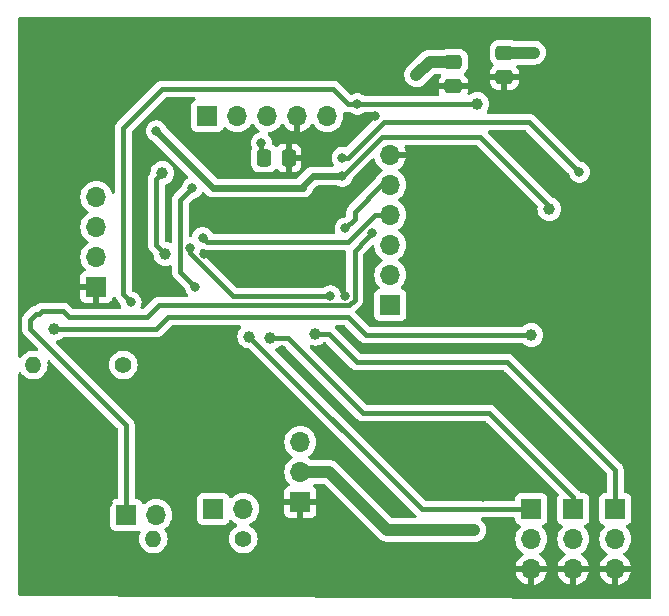
<source format=gtl>
%TF.GenerationSoftware,KiCad,Pcbnew,7.0.1*%
%TF.CreationDate,2023-04-28T23:06:09+02:00*%
%TF.ProjectId,test_ADC_and_CurrentSensors,74657374-5f41-4444-935f-616e645f4375,rev?*%
%TF.SameCoordinates,Original*%
%TF.FileFunction,Copper,L1,Top*%
%TF.FilePolarity,Positive*%
%FSLAX46Y46*%
G04 Gerber Fmt 4.6, Leading zero omitted, Abs format (unit mm)*
G04 Created by KiCad (PCBNEW 7.0.1) date 2023-04-28 23:06:09*
%MOMM*%
%LPD*%
G01*
G04 APERTURE LIST*
G04 Aperture macros list*
%AMRoundRect*
0 Rectangle with rounded corners*
0 $1 Rounding radius*
0 $2 $3 $4 $5 $6 $7 $8 $9 X,Y pos of 4 corners*
0 Add a 4 corners polygon primitive as box body*
4,1,4,$2,$3,$4,$5,$6,$7,$8,$9,$2,$3,0*
0 Add four circle primitives for the rounded corners*
1,1,$1+$1,$2,$3*
1,1,$1+$1,$4,$5*
1,1,$1+$1,$6,$7*
1,1,$1+$1,$8,$9*
0 Add four rect primitives between the rounded corners*
20,1,$1+$1,$2,$3,$4,$5,0*
20,1,$1+$1,$4,$5,$6,$7,0*
20,1,$1+$1,$6,$7,$8,$9,0*
20,1,$1+$1,$8,$9,$2,$3,0*%
G04 Aperture macros list end*
%TA.AperFunction,SMDPad,CuDef*%
%ADD10RoundRect,0.250000X0.337500X0.475000X-0.337500X0.475000X-0.337500X-0.475000X0.337500X-0.475000X0*%
%TD*%
%TA.AperFunction,ComponentPad*%
%ADD11R,1.700000X1.700000*%
%TD*%
%TA.AperFunction,ComponentPad*%
%ADD12O,1.700000X1.700000*%
%TD*%
%TA.AperFunction,SMDPad,CuDef*%
%ADD13RoundRect,0.250000X-0.475000X0.337500X-0.475000X-0.337500X0.475000X-0.337500X0.475000X0.337500X0*%
%TD*%
%TA.AperFunction,ComponentPad*%
%ADD14C,1.400000*%
%TD*%
%TA.AperFunction,ComponentPad*%
%ADD15O,1.400000X1.400000*%
%TD*%
%TA.AperFunction,ViaPad*%
%ADD16C,0.800000*%
%TD*%
%TA.AperFunction,ViaPad*%
%ADD17C,1.000000*%
%TD*%
%TA.AperFunction,Conductor*%
%ADD18C,1.000000*%
%TD*%
%TA.AperFunction,Conductor*%
%ADD19C,0.400000*%
%TD*%
%TA.AperFunction,Conductor*%
%ADD20C,0.600000*%
%TD*%
G04 APERTURE END LIST*
D10*
%TO.P,C9,1*%
%TO.N,GND*%
X47265500Y-42672000D03*
%TO.P,C9,2*%
%TO.N,+3.3V*%
X45190500Y-42672000D03*
%TD*%
D11*
%TO.P,J8,1,Pin_1*%
%TO.N,/servo/SERVO_PWM_3*%
X74930000Y-72390000D03*
D12*
%TO.P,J8,2,Pin_2*%
%TO.N,Vdrive*%
X74930000Y-74930000D03*
%TO.P,J8,3,Pin_3*%
%TO.N,GND*%
X74930000Y-77470000D03*
%TD*%
D11*
%TO.P,J4,1,Pin_1*%
%TO.N,SPI_CS_1*%
X55880000Y-55118000D03*
D12*
%TO.P,J4,2,Pin_2*%
%TO.N,SPI_CS_0*%
X55880000Y-52578000D03*
%TO.P,J4,3,Pin_3*%
%TO.N,SPI_MOSI*%
X55880000Y-50038000D03*
%TO.P,J4,4,Pin_4*%
%TO.N,SPI_MISO*%
X55880000Y-47498000D03*
%TO.P,J4,5,Pin_5*%
%TO.N,SPI_SCK*%
X55880000Y-44958000D03*
%TO.P,J4,6,Pin_6*%
%TO.N,GND*%
X55880000Y-42418000D03*
%TD*%
D13*
%TO.P,C6,1*%
%TO.N,+5V*%
X65532000Y-33760500D03*
%TO.P,C6,2*%
%TO.N,GND*%
X65532000Y-35835500D03*
%TD*%
D11*
%TO.P,J6,1,Pin_1*%
%TO.N,/servo/SERVO_PWM_1*%
X67818000Y-72390000D03*
D12*
%TO.P,J6,2,Pin_2*%
%TO.N,Vdrive*%
X67818000Y-74930000D03*
%TO.P,J6,3,Pin_3*%
%TO.N,GND*%
X67818000Y-77470000D03*
%TD*%
D13*
%TO.P,C7,1*%
%TO.N,+3.3V*%
X61214000Y-34522500D03*
%TO.P,C7,2*%
%TO.N,GND*%
X61214000Y-36597500D03*
%TD*%
D11*
%TO.P,J2,1,Pin_1*%
%TO.N,SWCLK*%
X40386000Y-39116000D03*
D12*
%TO.P,J2,2,Pin_2*%
%TO.N,SWDIO*%
X42926000Y-39116000D03*
%TO.P,J2,3,Pin_3*%
%TO.N,+3.3V*%
X45466000Y-39116000D03*
%TO.P,J2,4,Pin_4*%
%TO.N,GND*%
X48006000Y-39116000D03*
%TO.P,J2,5,Pin_5*%
%TO.N,NRST*%
X50546000Y-39116000D03*
%TD*%
D11*
%TO.P,J3,1,Pin_1*%
%TO.N,GND*%
X48260000Y-71802000D03*
D12*
%TO.P,J3,2,Pin_2*%
%TO.N,Vdrive*%
X48260000Y-69262000D03*
%TO.P,J3,3,Pin_3*%
%TO.N,+5V*%
X48260000Y-66722000D03*
%TD*%
D11*
%TO.P,J5,1,Pin_1*%
%TO.N,VCC*%
X40889000Y-72390000D03*
D12*
%TO.P,J5,2,Pin_2*%
%TO.N,Vdrive*%
X43429000Y-72390000D03*
%TD*%
D14*
%TO.P,R8,1*%
%TO.N,Net-(R2-Pad2)*%
X33274000Y-60198000D03*
D15*
%TO.P,R8,2*%
%TO.N,Net-(U1D--)*%
X25654000Y-60198000D03*
%TD*%
D11*
%TO.P,J9,1,Pin_1*%
%TO.N,V_REF*%
X33523000Y-72898000D03*
D12*
%TO.P,J9,2,Pin_2*%
%TO.N,Net-(J9-Pin_2)*%
X36063000Y-72898000D03*
%TD*%
D11*
%TO.P,J7,1,Pin_1*%
%TO.N,/servo/SERVO_PWM_2*%
X71374000Y-72390000D03*
D12*
%TO.P,J7,2,Pin_2*%
%TO.N,Vdrive*%
X71374000Y-74930000D03*
%TO.P,J7,3,Pin_3*%
%TO.N,GND*%
X71374000Y-77470000D03*
%TD*%
D11*
%TO.P,J1,1,Pin_1*%
%TO.N,GND*%
X30988000Y-53594000D03*
D12*
%TO.P,J1,2,Pin_2*%
%TO.N,SERVO_PWR*%
X30988000Y-51054000D03*
%TO.P,J1,3,Pin_3*%
%TO.N,SERVO_PWM*%
X30988000Y-48514000D03*
%TO.P,J1,4,Pin_4*%
%TO.N,SERVO_POTENTIOMETER*%
X30988000Y-45974000D03*
%TD*%
D14*
%TO.P,R7,1*%
%TO.N,Vdrive*%
X43434000Y-74930000D03*
D15*
%TO.P,R7,2*%
%TO.N,Net-(J9-Pin_2)*%
X35814000Y-74930000D03*
%TD*%
D16*
%TO.N,GND*%
X46736000Y-47498000D03*
X27178000Y-34036000D03*
X40132000Y-50800000D03*
X37846000Y-58674000D03*
X72390000Y-34544000D03*
X46736000Y-58928000D03*
X59436000Y-43434000D03*
X37846000Y-77216000D03*
X45974000Y-63754000D03*
X64262000Y-55880000D03*
X32004000Y-71882000D03*
X63246000Y-67310000D03*
X53340000Y-44704000D03*
X26924000Y-47752000D03*
X60706000Y-78740000D03*
X63754000Y-71374000D03*
X65532000Y-37338000D03*
X54610000Y-39116000D03*
X42164000Y-43180000D03*
X56642000Y-67310000D03*
X52070000Y-54356000D03*
X59436000Y-67310000D03*
X34544000Y-40894000D03*
%TO.N,+5V*%
X68050500Y-33760500D03*
%TO.N,+3.3V*%
X44958000Y-41402000D03*
X58062500Y-35663500D03*
%TO.N,SWDIO*%
X39116000Y-45212000D03*
X39370000Y-53594000D03*
D17*
%TO.N,SWCLK*%
X36830000Y-50800000D03*
X36576000Y-43942000D03*
%TO.N,Vdrive*%
X62992000Y-74168000D03*
D16*
%TO.N,R_CURRENT_SENSOR*%
X53086000Y-38100000D03*
D17*
X63246000Y-38100000D03*
D16*
X33909000Y-54864000D03*
%TO.N,HALL_CURRENT_SENSOR*%
X51816000Y-42638168D03*
X71882000Y-43872000D03*
D17*
%TO.N,SERVO_POTENTIOMETER*%
X69342000Y-46990000D03*
D16*
X36068000Y-40386000D03*
X51816000Y-44196000D03*
%TO.N,V_REF*%
X54356000Y-49022000D03*
%TO.N,SPI_SCK*%
X52070000Y-48622500D03*
D17*
%TO.N,/servo/SERVO_PWM_3*%
X49530000Y-57560404D03*
%TO.N,/servo/SERVO_PWM_2*%
X45720000Y-57912000D03*
%TO.N,/servo/SERVO_PWM_1*%
X43942000Y-57795500D03*
D16*
%TO.N,SPI_MISO*%
X39986000Y-49422000D03*
%TO.N,SERVO_PWM*%
X38899500Y-50292000D03*
X50800000Y-54356000D03*
D17*
%TO.N,R_2_CURRENT_SENSOR*%
X27432000Y-57150000D03*
X67818000Y-57658000D03*
%TD*%
D18*
%TO.N,+5V*%
X65532000Y-33760500D02*
X68050500Y-33760500D01*
D19*
%TO.N,+3.3V*%
X44958000Y-41402000D02*
X44958000Y-42439500D01*
X44958000Y-42439500D02*
X45190500Y-42672000D01*
D18*
X61214000Y-34522500D02*
X59203500Y-34522500D01*
X59203500Y-34522500D02*
X58062500Y-35663500D01*
D19*
%TO.N,SWDIO*%
X39116000Y-45212000D02*
X38100000Y-46228000D01*
X38100000Y-52324000D02*
X39370000Y-53594000D01*
X38100000Y-46228000D02*
X38100000Y-52324000D01*
%TO.N,SWCLK*%
X36830000Y-50800000D02*
X36068000Y-50038000D01*
X36068000Y-50038000D02*
X36068000Y-44450000D01*
X36068000Y-44450000D02*
X36576000Y-43942000D01*
D18*
%TO.N,Vdrive*%
X55626000Y-74168000D02*
X62992000Y-74168000D01*
X50720000Y-69262000D02*
X55626000Y-74168000D01*
X48260000Y-69262000D02*
X50720000Y-69262000D01*
D19*
%TO.N,R_CURRENT_SENSOR*%
X52324000Y-38100000D02*
X52832000Y-38100000D01*
X51054000Y-36830000D02*
X52324000Y-38100000D01*
X36576000Y-36830000D02*
X51054000Y-36830000D01*
X52832000Y-38100000D02*
X63246000Y-38100000D01*
X33909000Y-54864000D02*
X33274000Y-54229000D01*
X33274000Y-54229000D02*
X33274000Y-40132000D01*
X53086000Y-38100000D02*
X52832000Y-38100000D01*
X33274000Y-40132000D02*
X36576000Y-36830000D01*
%TO.N,HALL_CURRENT_SENSOR*%
X67634000Y-39624000D02*
X71882000Y-43872000D01*
X55304336Y-39624000D02*
X67634000Y-39624000D01*
X52290168Y-42638168D02*
X55304336Y-39624000D01*
X51816000Y-42638168D02*
X52290168Y-42638168D01*
%TO.N,SERVO_POTENTIOMETER*%
X55165000Y-40894000D02*
X63500000Y-40894000D01*
D20*
X48514000Y-45005000D02*
X48514000Y-45212000D01*
D19*
X63500000Y-40894000D02*
X69342000Y-46736000D01*
X51816000Y-44196000D02*
X51863000Y-44196000D01*
D20*
X49323000Y-44196000D02*
X48514000Y-45005000D01*
X51816000Y-44196000D02*
X49323000Y-44196000D01*
X48514000Y-45212000D02*
X40894000Y-45212000D01*
X40894000Y-45212000D02*
X36068000Y-40386000D01*
D19*
X69342000Y-46736000D02*
X69342000Y-46990000D01*
X51863000Y-44196000D02*
X55165000Y-40894000D01*
%TO.N,V_REF*%
X33523000Y-65273000D02*
X25400000Y-57150000D01*
X52870000Y-54687371D02*
X52870000Y-50508000D01*
X25400000Y-57150000D02*
X25400000Y-56388000D01*
X26162000Y-55880000D02*
X26416000Y-55626000D01*
X28194000Y-55626000D02*
X28702000Y-56134000D01*
X52401371Y-55156000D02*
X52870000Y-54687371D01*
X53848000Y-49530000D02*
X54356000Y-49022000D01*
X28702000Y-56134000D02*
X35306000Y-56134000D01*
X52870000Y-50508000D02*
X53848000Y-49530000D01*
X36360000Y-55156000D02*
X52401371Y-55156000D01*
X26416000Y-55626000D02*
X28194000Y-55626000D01*
X25400000Y-56388000D02*
X25908000Y-55880000D01*
X35306000Y-56134000D02*
X36322000Y-55118000D01*
X25908000Y-55880000D02*
X26162000Y-55880000D01*
X33523000Y-72898000D02*
X33523000Y-65273000D01*
X36322000Y-55118000D02*
X36360000Y-55156000D01*
%TO.N,SPI_SCK*%
X55118000Y-44958000D02*
X52870000Y-47206000D01*
X52870000Y-47206000D02*
X52870000Y-47822500D01*
X55880000Y-44958000D02*
X55118000Y-44958000D01*
X52870000Y-47822500D02*
X52070000Y-48622500D01*
%TO.N,/servo/SERVO_PWM_3*%
X65786000Y-59944000D02*
X74930000Y-69088000D01*
X49530000Y-57560404D02*
X50702404Y-57560404D01*
X50702404Y-57560404D02*
X53086000Y-59944000D01*
X53086000Y-59944000D02*
X65786000Y-59944000D01*
X74930000Y-69088000D02*
X74930000Y-72390000D01*
%TO.N,/servo/SERVO_PWM_2*%
X53594000Y-64262000D02*
X64262000Y-64262000D01*
X64262000Y-64262000D02*
X71374000Y-71374000D01*
X71374000Y-71374000D02*
X71374000Y-72390000D01*
X47244000Y-57912000D02*
X53594000Y-64262000D01*
X45720000Y-57912000D02*
X47244000Y-57912000D01*
%TO.N,/servo/SERVO_PWM_1*%
X43942000Y-57795500D02*
X58536500Y-72390000D01*
X58536500Y-72390000D02*
X67818000Y-72390000D01*
%TO.N,SPI_MISO*%
X52324000Y-49784000D02*
X54610000Y-47498000D01*
X54610000Y-47498000D02*
X55880000Y-47498000D01*
X40348000Y-49784000D02*
X52324000Y-49784000D01*
X39986000Y-49422000D02*
X40348000Y-49784000D01*
%TO.N,SERVO_PWM*%
X38899500Y-50698871D02*
X38899500Y-50292000D01*
X42556629Y-54356000D02*
X38899500Y-50698871D01*
X50800000Y-54356000D02*
X42556629Y-54356000D01*
%TO.N,R_2_CURRENT_SENSOR*%
X27432000Y-57150000D02*
X36068000Y-57150000D01*
X52324000Y-56134000D02*
X53848000Y-57658000D01*
X36068000Y-57150000D02*
X37084000Y-56134000D01*
X37084000Y-56134000D02*
X52324000Y-56134000D01*
X53848000Y-57658000D02*
X67818000Y-57658000D01*
%TD*%
%TA.AperFunction,Conductor*%
%TO.N,GND*%
G36*
X77886020Y-30760821D02*
G01*
X77934359Y-30793120D01*
X77966658Y-30841459D01*
X77978000Y-30898479D01*
X77978000Y-79860500D01*
X77966658Y-79917520D01*
X77934359Y-79965859D01*
X77886020Y-79998158D01*
X77829000Y-80009500D01*
X74606715Y-80009500D01*
X74606009Y-80009498D01*
X24532293Y-79772181D01*
X24458093Y-79751986D01*
X24403845Y-79697480D01*
X24384000Y-79623184D01*
X24384000Y-77720000D01*
X66487364Y-77720000D01*
X66544568Y-77933491D01*
X66644401Y-78147582D01*
X66779887Y-78341075D01*
X66946924Y-78508112D01*
X67140417Y-78643598D01*
X67354508Y-78743431D01*
X67567999Y-78800636D01*
X67568000Y-78800636D01*
X67568000Y-77720000D01*
X68068000Y-77720000D01*
X68068000Y-78800636D01*
X68281491Y-78743431D01*
X68495582Y-78643598D01*
X68689075Y-78508112D01*
X68856112Y-78341075D01*
X68991598Y-78147582D01*
X69091431Y-77933491D01*
X69148636Y-77720000D01*
X70043364Y-77720000D01*
X70100568Y-77933491D01*
X70200401Y-78147582D01*
X70335887Y-78341075D01*
X70502924Y-78508112D01*
X70696417Y-78643598D01*
X70910508Y-78743431D01*
X71123999Y-78800636D01*
X71124000Y-78800636D01*
X71124000Y-77720000D01*
X71624000Y-77720000D01*
X71624000Y-78800636D01*
X71837491Y-78743431D01*
X72051582Y-78643598D01*
X72245075Y-78508112D01*
X72412112Y-78341075D01*
X72547598Y-78147582D01*
X72647431Y-77933491D01*
X72704636Y-77720000D01*
X73599364Y-77720000D01*
X73656568Y-77933491D01*
X73756401Y-78147582D01*
X73891887Y-78341075D01*
X74058924Y-78508112D01*
X74252417Y-78643598D01*
X74466508Y-78743431D01*
X74679999Y-78800636D01*
X74680000Y-78800636D01*
X74680000Y-77720000D01*
X75180000Y-77720000D01*
X75180000Y-78800636D01*
X75393491Y-78743431D01*
X75607582Y-78643598D01*
X75801075Y-78508112D01*
X75968112Y-78341075D01*
X76103598Y-78147582D01*
X76203431Y-77933491D01*
X76260636Y-77720000D01*
X75180000Y-77720000D01*
X74680000Y-77720000D01*
X73599364Y-77720000D01*
X72704636Y-77720000D01*
X71624000Y-77720000D01*
X71124000Y-77720000D01*
X70043364Y-77720000D01*
X69148636Y-77720000D01*
X68068000Y-77720000D01*
X67568000Y-77720000D01*
X66487364Y-77720000D01*
X24384000Y-77720000D01*
X24384000Y-60952889D01*
X24402166Y-60881591D01*
X24452234Y-60827678D01*
X24521996Y-60804296D01*
X24594441Y-60817147D01*
X24651905Y-60863097D01*
X24763019Y-61010236D01*
X24927438Y-61160124D01*
X24927440Y-61160125D01*
X25116598Y-61277247D01*
X25324057Y-61357617D01*
X25324060Y-61357618D01*
X25542757Y-61398500D01*
X25765243Y-61398500D01*
X25983940Y-61357618D01*
X26191401Y-61277247D01*
X26380562Y-61160124D01*
X26544981Y-61010236D01*
X26679058Y-60832689D01*
X26778229Y-60633528D01*
X26839115Y-60419536D01*
X26859643Y-60198000D01*
X26839115Y-59976464D01*
X26838364Y-59973827D01*
X26834619Y-59909064D01*
X26858751Y-59848847D01*
X26906184Y-59804591D01*
X26967927Y-59784687D01*
X27032277Y-59792906D01*
X27087035Y-59827692D01*
X32778859Y-65519516D01*
X32811158Y-65567855D01*
X32822500Y-65624875D01*
X32822500Y-71398501D01*
X32811158Y-71455521D01*
X32778859Y-71503860D01*
X32730520Y-71536159D01*
X32673500Y-71547501D01*
X32625124Y-71547501D01*
X32565518Y-71553908D01*
X32430670Y-71604203D01*
X32315454Y-71690454D01*
X32229204Y-71805669D01*
X32178908Y-71940519D01*
X32172500Y-72000123D01*
X32172500Y-73795876D01*
X32178908Y-73855481D01*
X32222317Y-73971868D01*
X32229204Y-73990331D01*
X32315454Y-74105546D01*
X32430669Y-74191796D01*
X32565517Y-74242091D01*
X32625127Y-74248500D01*
X34420872Y-74248499D01*
X34420876Y-74248499D01*
X34460612Y-74244227D01*
X34480483Y-74242091D01*
X34538109Y-74220597D01*
X34608156Y-74212292D01*
X34674176Y-74237137D01*
X34721370Y-74289565D01*
X34739159Y-74357825D01*
X34723558Y-74426618D01*
X34689769Y-74494475D01*
X34628885Y-74708464D01*
X34608356Y-74930000D01*
X34626317Y-75123825D01*
X34628885Y-75151536D01*
X34635088Y-75173336D01*
X34689770Y-75365528D01*
X34788939Y-75564685D01*
X34788941Y-75564688D01*
X34788942Y-75564689D01*
X34923019Y-75742236D01*
X35087438Y-75892124D01*
X35087440Y-75892125D01*
X35276598Y-76009247D01*
X35454718Y-76078251D01*
X35484060Y-76089618D01*
X35702757Y-76130500D01*
X35925243Y-76130500D01*
X36143940Y-76089618D01*
X36351401Y-76009247D01*
X36540562Y-75892124D01*
X36704981Y-75742236D01*
X36839058Y-75564689D01*
X36938229Y-75365528D01*
X36999115Y-75151536D01*
X37019643Y-74930000D01*
X36999115Y-74708464D01*
X36950022Y-74535919D01*
X36938229Y-74494471D01*
X36839058Y-74295311D01*
X36787870Y-74227527D01*
X36762228Y-74173892D01*
X36759597Y-74114501D01*
X36780395Y-74058808D01*
X36821309Y-74015682D01*
X36934401Y-73936495D01*
X37101495Y-73769401D01*
X37237035Y-73575830D01*
X37336903Y-73361663D01*
X37356674Y-73287876D01*
X39538500Y-73287876D01*
X39544908Y-73347481D01*
X39579302Y-73439697D01*
X39595204Y-73482331D01*
X39681454Y-73597546D01*
X39796669Y-73683796D01*
X39931517Y-73734091D01*
X39991127Y-73740500D01*
X41786872Y-73740499D01*
X41786876Y-73740499D01*
X41826612Y-73736226D01*
X41846483Y-73734091D01*
X41981331Y-73683796D01*
X42096546Y-73597546D01*
X42182796Y-73482331D01*
X42218216Y-73387364D01*
X42260246Y-73326829D01*
X42326148Y-73293840D01*
X42399799Y-73296470D01*
X42463180Y-73334076D01*
X42557599Y-73428495D01*
X42751170Y-73564035D01*
X42793076Y-73583576D01*
X42848328Y-73609341D01*
X42898907Y-73647904D01*
X42928795Y-73704047D01*
X42932547Y-73767539D01*
X42909480Y-73826811D01*
X42863796Y-73871063D01*
X42707440Y-73967874D01*
X42543021Y-74117761D01*
X42408939Y-74295314D01*
X42309770Y-74494471D01*
X42248885Y-74708464D01*
X42228356Y-74930000D01*
X42246317Y-75123825D01*
X42248885Y-75151536D01*
X42255088Y-75173336D01*
X42309770Y-75365528D01*
X42408939Y-75564685D01*
X42408941Y-75564688D01*
X42408942Y-75564689D01*
X42543019Y-75742236D01*
X42707438Y-75892124D01*
X42707440Y-75892125D01*
X42896598Y-76009247D01*
X43074718Y-76078251D01*
X43104060Y-76089618D01*
X43322757Y-76130500D01*
X43545243Y-76130500D01*
X43763940Y-76089618D01*
X43971401Y-76009247D01*
X44160562Y-75892124D01*
X44324981Y-75742236D01*
X44459058Y-75564689D01*
X44558229Y-75365528D01*
X44619115Y-75151536D01*
X44639643Y-74930000D01*
X44619115Y-74708464D01*
X44570022Y-74535919D01*
X44558229Y-74494471D01*
X44459060Y-74295314D01*
X44423707Y-74248499D01*
X44324981Y-74117764D01*
X44311577Y-74105545D01*
X44160563Y-73967877D01*
X44160562Y-73967876D01*
X43999904Y-73868401D01*
X43954223Y-73824151D01*
X43931156Y-73764879D01*
X43934908Y-73701387D01*
X43964797Y-73645244D01*
X44015376Y-73606681D01*
X44106827Y-73564037D01*
X44185379Y-73509034D01*
X44300401Y-73428495D01*
X44467495Y-73261401D01*
X44603035Y-73067830D01*
X44702903Y-72853663D01*
X44764063Y-72625408D01*
X44784659Y-72390000D01*
X44764063Y-72154592D01*
X44736574Y-72052000D01*
X46910000Y-72052000D01*
X46910000Y-72699831D01*
X46916401Y-72759373D01*
X46966647Y-72894088D01*
X47052811Y-73009188D01*
X47167911Y-73095352D01*
X47302626Y-73145598D01*
X47362169Y-73152000D01*
X48010000Y-73152000D01*
X48010000Y-72052000D01*
X48510000Y-72052000D01*
X48510000Y-73152000D01*
X49157831Y-73152000D01*
X49217373Y-73145598D01*
X49352088Y-73095352D01*
X49467188Y-73009188D01*
X49553352Y-72894088D01*
X49603598Y-72759373D01*
X49610000Y-72699831D01*
X49610000Y-72052000D01*
X48510000Y-72052000D01*
X48010000Y-72052000D01*
X46910000Y-72052000D01*
X44736574Y-72052000D01*
X44702903Y-71926337D01*
X44603035Y-71712171D01*
X44467495Y-71518599D01*
X44300401Y-71351505D01*
X44106830Y-71215965D01*
X43892663Y-71116097D01*
X43664407Y-71054936D01*
X43429000Y-71034341D01*
X43193592Y-71054936D01*
X42965336Y-71116097D01*
X42751172Y-71215964D01*
X42557594Y-71351508D01*
X42463179Y-71445923D01*
X42399798Y-71483529D01*
X42326148Y-71486159D01*
X42260246Y-71453170D01*
X42218215Y-71392633D01*
X42182796Y-71297669D01*
X42096546Y-71182454D01*
X41981331Y-71096204D01*
X41846483Y-71045909D01*
X41846482Y-71045908D01*
X41846480Y-71045908D01*
X41786876Y-71039500D01*
X39991123Y-71039500D01*
X39931518Y-71045908D01*
X39796670Y-71096203D01*
X39681454Y-71182454D01*
X39595204Y-71297669D01*
X39544908Y-71432519D01*
X39538500Y-71492123D01*
X39538500Y-73287876D01*
X37356674Y-73287876D01*
X37398063Y-73133408D01*
X37418659Y-72898000D01*
X37398063Y-72662592D01*
X37336903Y-72434337D01*
X37237035Y-72220171D01*
X37101495Y-72026599D01*
X36934401Y-71859505D01*
X36740830Y-71723965D01*
X36526663Y-71624097D01*
X36526662Y-71624096D01*
X36298407Y-71562936D01*
X36063000Y-71542341D01*
X35827592Y-71562936D01*
X35599336Y-71624097D01*
X35385172Y-71723964D01*
X35191594Y-71859508D01*
X35097179Y-71953923D01*
X35033798Y-71991529D01*
X34960148Y-71994159D01*
X34894246Y-71961170D01*
X34852215Y-71900633D01*
X34816796Y-71805669D01*
X34730546Y-71690454D01*
X34615331Y-71604204D01*
X34480483Y-71553909D01*
X34480482Y-71553908D01*
X34480480Y-71553908D01*
X34420876Y-71547500D01*
X34420873Y-71547500D01*
X34372500Y-71547500D01*
X34315480Y-71536158D01*
X34267141Y-71503859D01*
X34234842Y-71455520D01*
X34223500Y-71398500D01*
X34223500Y-65298670D01*
X34223772Y-65289672D01*
X34227358Y-65230395D01*
X34227358Y-65230394D01*
X34216648Y-65171956D01*
X34215297Y-65163077D01*
X34208140Y-65104128D01*
X34205354Y-65096782D01*
X34198112Y-65070801D01*
X34196695Y-65063067D01*
X34172321Y-65008912D01*
X34168875Y-65000594D01*
X34147817Y-64945067D01*
X34143350Y-64938596D01*
X34130102Y-64915106D01*
X34126879Y-64907945D01*
X34090259Y-64861202D01*
X34084927Y-64853955D01*
X34051184Y-64805072D01*
X34006739Y-64765697D01*
X34000185Y-64759528D01*
X29438657Y-60198000D01*
X32068356Y-60198000D01*
X32088885Y-60419535D01*
X32149770Y-60633528D01*
X32248939Y-60832685D01*
X32248941Y-60832688D01*
X32248942Y-60832689D01*
X32383019Y-61010236D01*
X32547438Y-61160124D01*
X32547440Y-61160125D01*
X32736598Y-61277247D01*
X32944057Y-61357617D01*
X32944060Y-61357618D01*
X33162757Y-61398500D01*
X33385243Y-61398500D01*
X33603940Y-61357618D01*
X33811401Y-61277247D01*
X34000562Y-61160124D01*
X34164981Y-61010236D01*
X34299058Y-60832689D01*
X34398229Y-60633528D01*
X34459115Y-60419536D01*
X34479643Y-60198000D01*
X34459115Y-59976464D01*
X34398229Y-59762472D01*
X34398229Y-59762471D01*
X34299060Y-59563314D01*
X34226186Y-59466813D01*
X34164981Y-59385764D01*
X34000562Y-59235876D01*
X33994557Y-59232158D01*
X33811401Y-59118752D01*
X33603942Y-59038382D01*
X33385243Y-58997500D01*
X33162757Y-58997500D01*
X32944057Y-59038382D01*
X32736598Y-59118752D01*
X32547440Y-59235874D01*
X32383021Y-59385761D01*
X32248939Y-59563314D01*
X32149770Y-59762471D01*
X32088885Y-59976464D01*
X32068356Y-60198000D01*
X29438657Y-60198000D01*
X27610985Y-58370328D01*
X27572741Y-58304709D01*
X27571809Y-58228765D01*
X27608431Y-58162227D01*
X27673090Y-58122385D01*
X27816727Y-58078814D01*
X27990538Y-57985910D01*
X28114321Y-57884322D01*
X28158651Y-57859210D01*
X28208848Y-57850500D01*
X36042330Y-57850500D01*
X36051326Y-57850771D01*
X36066379Y-57851682D01*
X36110604Y-57854358D01*
X36110604Y-57854357D01*
X36110606Y-57854358D01*
X36169053Y-57843646D01*
X36177911Y-57842298D01*
X36236872Y-57835140D01*
X36244211Y-57832356D01*
X36270199Y-57825112D01*
X36273193Y-57824563D01*
X36277932Y-57823695D01*
X36332109Y-57799310D01*
X36340384Y-57795882D01*
X36395930Y-57774818D01*
X36402394Y-57770355D01*
X36425890Y-57757103D01*
X36433057Y-57753878D01*
X36479823Y-57717238D01*
X36487043Y-57711926D01*
X36535929Y-57678183D01*
X36575318Y-57633720D01*
X36581455Y-57627200D01*
X37330515Y-56878141D01*
X37378855Y-56845842D01*
X37435875Y-56834500D01*
X43121348Y-56834500D01*
X43186373Y-56849438D01*
X43238360Y-56891255D01*
X43266886Y-56951568D01*
X43266231Y-57018283D01*
X43236527Y-57078025D01*
X43106087Y-57236965D01*
X43013186Y-57410771D01*
X42955976Y-57599366D01*
X42936659Y-57795500D01*
X42955976Y-57991633D01*
X43013186Y-58180228D01*
X43106087Y-58354034D01*
X43106089Y-58354037D01*
X43106090Y-58354038D01*
X43231117Y-58506383D01*
X43383462Y-58631410D01*
X43383463Y-58631410D01*
X43383465Y-58631412D01*
X43529554Y-58709498D01*
X43557273Y-58724314D01*
X43745868Y-58781524D01*
X43905234Y-58797219D01*
X43954333Y-58810808D01*
X43995986Y-58840143D01*
X58023028Y-72867185D01*
X58029182Y-72873722D01*
X58068571Y-72918183D01*
X58068572Y-72918183D01*
X58069911Y-72919695D01*
X58102149Y-72979357D01*
X58104606Y-73047127D01*
X58076774Y-73108967D01*
X58024417Y-73152068D01*
X57958382Y-73167500D01*
X56102138Y-73167500D01*
X56045118Y-73156158D01*
X55996779Y-73123859D01*
X51437779Y-68564859D01*
X51435144Y-68562156D01*
X51375058Y-68498946D01*
X51327421Y-68465789D01*
X51318382Y-68458974D01*
X51273408Y-68422303D01*
X51273407Y-68422302D01*
X51247841Y-68408947D01*
X51231716Y-68399177D01*
X51208050Y-68382706D01*
X51208051Y-68382706D01*
X51208049Y-68382705D01*
X51154716Y-68359817D01*
X51144492Y-68354962D01*
X51093050Y-68328091D01*
X51065326Y-68320158D01*
X51047558Y-68313832D01*
X51021057Y-68302459D01*
X50964201Y-68290775D01*
X50953216Y-68288078D01*
X50920396Y-68278687D01*
X50897419Y-68272113D01*
X50868651Y-68269922D01*
X50849976Y-68267302D01*
X50821742Y-68261500D01*
X50821741Y-68261500D01*
X50763711Y-68261500D01*
X50752398Y-68261070D01*
X50742365Y-68260306D01*
X50694524Y-68256663D01*
X50694523Y-68256663D01*
X50665918Y-68260306D01*
X50647095Y-68261500D01*
X49231114Y-68261500D01*
X49174094Y-68250158D01*
X49143134Y-68229471D01*
X49142078Y-68230981D01*
X48975088Y-68114052D01*
X48928387Y-68060799D01*
X48911552Y-67991998D01*
X48928388Y-67923198D01*
X48975086Y-67869947D01*
X49131401Y-67760495D01*
X49298495Y-67593401D01*
X49434035Y-67399830D01*
X49533903Y-67185663D01*
X49595063Y-66957408D01*
X49615659Y-66722000D01*
X49595063Y-66486592D01*
X49533903Y-66258337D01*
X49434035Y-66044171D01*
X49298495Y-65850599D01*
X49131401Y-65683505D01*
X48937830Y-65547965D01*
X48723663Y-65448097D01*
X48723662Y-65448096D01*
X48495407Y-65386936D01*
X48260000Y-65366341D01*
X48024592Y-65386936D01*
X47796336Y-65448097D01*
X47582172Y-65547964D01*
X47388598Y-65683505D01*
X47221505Y-65850598D01*
X47085964Y-66044172D01*
X46986097Y-66258336D01*
X46924936Y-66486592D01*
X46904341Y-66722000D01*
X46924936Y-66957407D01*
X46986097Y-67185663D01*
X47085964Y-67399828D01*
X47221505Y-67593401D01*
X47388598Y-67760494D01*
X47544911Y-67869946D01*
X47591613Y-67923200D01*
X47608448Y-67992000D01*
X47591613Y-68060800D01*
X47544911Y-68114054D01*
X47388598Y-68223505D01*
X47221505Y-68390598D01*
X47085964Y-68584172D01*
X46986097Y-68798336D01*
X46924936Y-69026592D01*
X46904341Y-69261999D01*
X46924936Y-69497407D01*
X46986097Y-69725663D01*
X47085964Y-69939828D01*
X47221505Y-70133401D01*
X47316311Y-70228207D01*
X47353916Y-70291588D01*
X47356547Y-70365238D01*
X47323559Y-70431140D01*
X47263023Y-70473171D01*
X47167913Y-70508645D01*
X47052811Y-70594811D01*
X46966647Y-70709911D01*
X46916401Y-70844626D01*
X46910000Y-70904169D01*
X46910000Y-71552000D01*
X49610000Y-71552000D01*
X49610000Y-70904169D01*
X49603598Y-70844626D01*
X49553352Y-70709911D01*
X49467187Y-70594809D01*
X49381655Y-70530780D01*
X49335412Y-70473396D01*
X49322328Y-70400870D01*
X49345602Y-70330944D01*
X49399540Y-70280726D01*
X49470948Y-70262500D01*
X50243861Y-70262500D01*
X50300881Y-70273842D01*
X50349220Y-70306141D01*
X54908238Y-74865159D01*
X54910873Y-74867862D01*
X54970941Y-74931053D01*
X55018584Y-74964214D01*
X55027603Y-74971014D01*
X55055069Y-74993409D01*
X55072593Y-75007698D01*
X55098150Y-75021048D01*
X55114283Y-75030822D01*
X55137951Y-75047295D01*
X55191289Y-75070184D01*
X55201498Y-75075032D01*
X55252951Y-75101909D01*
X55280675Y-75109841D01*
X55298438Y-75116166D01*
X55324941Y-75127540D01*
X55381783Y-75139221D01*
X55392780Y-75141919D01*
X55448582Y-75157887D01*
X55477336Y-75160076D01*
X55496010Y-75162694D01*
X55524259Y-75168500D01*
X55582290Y-75168500D01*
X55593602Y-75168929D01*
X55651477Y-75173337D01*
X55675647Y-75170258D01*
X55680083Y-75169694D01*
X55698906Y-75168500D01*
X62935524Y-75168500D01*
X62950127Y-75169216D01*
X62992000Y-75173341D01*
X63033872Y-75169216D01*
X63037389Y-75169044D01*
X63042737Y-75168500D01*
X63042742Y-75168500D01*
X63091193Y-75163572D01*
X63091673Y-75163630D01*
X63091663Y-75163525D01*
X63100080Y-75162696D01*
X63188132Y-75154024D01*
X63188134Y-75154023D01*
X63192908Y-75153553D01*
X63194433Y-75153074D01*
X63194438Y-75153074D01*
X63286428Y-75124210D01*
X63287510Y-75123876D01*
X63376727Y-75096814D01*
X63376730Y-75096811D01*
X63384392Y-75094488D01*
X63469649Y-75047167D01*
X63471684Y-75046058D01*
X63550538Y-75003910D01*
X63550539Y-75003909D01*
X63554672Y-75001700D01*
X63565096Y-74994615D01*
X63566498Y-74993410D01*
X63566502Y-74993409D01*
X63634101Y-74935374D01*
X63636539Y-74933329D01*
X63702883Y-74878883D01*
X63702884Y-74878881D01*
X63704013Y-74877955D01*
X63719851Y-74861762D01*
X63720895Y-74860866D01*
X63773154Y-74793351D01*
X63775789Y-74790047D01*
X63827908Y-74726540D01*
X63827910Y-74726538D01*
X63828772Y-74724924D01*
X63842366Y-74703939D01*
X63845448Y-74699958D01*
X63881449Y-74626560D01*
X63883792Y-74621986D01*
X63920814Y-74552727D01*
X63922411Y-74547460D01*
X63931226Y-74525086D01*
X63935060Y-74517271D01*
X63948248Y-74466336D01*
X63954634Y-74441673D01*
X63956293Y-74435767D01*
X63978024Y-74364132D01*
X63978922Y-74355011D01*
X63982961Y-74332261D01*
X63986063Y-74320285D01*
X63989834Y-74245916D01*
X63990360Y-74238873D01*
X63992979Y-74212292D01*
X63997341Y-74168000D01*
X63996082Y-74155225D01*
X63995556Y-74133088D01*
X63996369Y-74117064D01*
X63985646Y-74047072D01*
X63984651Y-74039157D01*
X63978024Y-73971868D01*
X63973234Y-73956078D01*
X63968538Y-73935399D01*
X63965556Y-73915929D01*
X63942231Y-73852951D01*
X63939382Y-73844488D01*
X63920814Y-73783273D01*
X63911316Y-73765505D01*
X63902995Y-73747010D01*
X63898242Y-73734175D01*
X63894886Y-73725113D01*
X63861281Y-73671198D01*
X63856339Y-73662649D01*
X63827910Y-73609462D01*
X63812808Y-73591060D01*
X63801541Y-73575354D01*
X63787251Y-73552428D01*
X63745995Y-73509027D01*
X63738822Y-73500909D01*
X63723268Y-73481956D01*
X63702883Y-73457116D01*
X63681658Y-73439697D01*
X63668193Y-73427179D01*
X63647058Y-73404946D01*
X63600915Y-73372829D01*
X63591513Y-73365717D01*
X63586573Y-73361663D01*
X63578063Y-73354679D01*
X63534930Y-73296522D01*
X63524304Y-73224897D01*
X63548697Y-73156721D01*
X63602348Y-73108094D01*
X63672587Y-73090500D01*
X66318501Y-73090500D01*
X66375521Y-73101842D01*
X66423860Y-73134141D01*
X66456159Y-73182480D01*
X66467501Y-73239500D01*
X66467501Y-73287876D01*
X66473908Y-73347481D01*
X66508302Y-73439697D01*
X66524204Y-73482331D01*
X66610454Y-73597546D01*
X66725669Y-73683796D01*
X66820633Y-73719215D01*
X66881170Y-73761246D01*
X66914159Y-73827148D01*
X66911529Y-73900798D01*
X66873923Y-73964179D01*
X66779508Y-74058594D01*
X66643964Y-74252172D01*
X66544097Y-74466336D01*
X66482936Y-74694592D01*
X66462341Y-74930000D01*
X66482936Y-75165407D01*
X66544097Y-75393663D01*
X66643964Y-75607828D01*
X66779505Y-75801401D01*
X66946598Y-75968494D01*
X67103347Y-76078251D01*
X67150049Y-76131504D01*
X67166884Y-76200305D01*
X67150049Y-76269105D01*
X67103347Y-76322358D01*
X66946924Y-76431887D01*
X66779890Y-76598921D01*
X66644399Y-76792423D01*
X66544568Y-77006509D01*
X66487363Y-77219999D01*
X66487364Y-77220000D01*
X69148636Y-77220000D01*
X69148636Y-77219999D01*
X69091431Y-77006509D01*
X68991600Y-76792423D01*
X68856109Y-76598921D01*
X68689075Y-76431887D01*
X68532652Y-76322358D01*
X68485950Y-76269105D01*
X68469115Y-76200305D01*
X68485951Y-76131504D01*
X68532649Y-76078253D01*
X68689401Y-75968495D01*
X68856495Y-75801401D01*
X68992035Y-75607830D01*
X69091903Y-75393663D01*
X69153063Y-75165408D01*
X69173659Y-74930000D01*
X69153063Y-74694592D01*
X69091903Y-74466337D01*
X68992035Y-74252171D01*
X68856495Y-74058599D01*
X68762075Y-73964179D01*
X68724470Y-73900799D01*
X68721840Y-73827148D01*
X68754829Y-73761246D01*
X68815364Y-73719216D01*
X68910331Y-73683796D01*
X69025546Y-73597546D01*
X69111796Y-73482331D01*
X69162091Y-73347483D01*
X69168500Y-73287873D01*
X69168499Y-71492128D01*
X69168499Y-71492124D01*
X69168499Y-71492123D01*
X69162091Y-71432518D01*
X69149403Y-71398501D01*
X69111796Y-71297669D01*
X69025546Y-71182454D01*
X68910331Y-71096204D01*
X68775483Y-71045909D01*
X68775482Y-71045908D01*
X68775480Y-71045908D01*
X68715876Y-71039500D01*
X66920123Y-71039500D01*
X66860518Y-71045908D01*
X66725670Y-71096203D01*
X66610454Y-71182454D01*
X66524204Y-71297669D01*
X66473908Y-71432519D01*
X66467500Y-71492124D01*
X66467500Y-71540500D01*
X66456158Y-71597520D01*
X66423859Y-71645859D01*
X66375520Y-71678158D01*
X66318500Y-71689500D01*
X58888375Y-71689500D01*
X58831355Y-71678158D01*
X58783016Y-71645859D01*
X46164183Y-59027026D01*
X46128062Y-58968405D01*
X46122155Y-58899804D01*
X46147722Y-58835871D01*
X46199302Y-58790262D01*
X46278538Y-58747910D01*
X46402321Y-58646322D01*
X46446651Y-58621210D01*
X46496848Y-58612500D01*
X46892125Y-58612500D01*
X46949145Y-58623842D01*
X46997484Y-58656141D01*
X53080528Y-64739185D01*
X53086697Y-64745739D01*
X53126071Y-64790183D01*
X53174945Y-64823919D01*
X53182182Y-64829243D01*
X53228943Y-64865878D01*
X53236112Y-64869104D01*
X53259596Y-64882349D01*
X53266070Y-64886818D01*
X53321597Y-64907876D01*
X53329914Y-64911321D01*
X53384068Y-64935694D01*
X53387980Y-64936410D01*
X53391795Y-64937110D01*
X53417782Y-64944354D01*
X53425128Y-64947140D01*
X53484113Y-64954301D01*
X53492966Y-64955649D01*
X53551394Y-64966357D01*
X53610662Y-64962771D01*
X53619658Y-64962500D01*
X63910125Y-64962500D01*
X63967145Y-64973842D01*
X64015484Y-65006141D01*
X70086009Y-71076666D01*
X70122575Y-71136657D01*
X70127587Y-71206734D01*
X70099930Y-71271318D01*
X70080204Y-71297667D01*
X70029908Y-71432519D01*
X70023500Y-71492123D01*
X70023500Y-73287876D01*
X70029908Y-73347481D01*
X70064302Y-73439697D01*
X70080204Y-73482331D01*
X70166454Y-73597546D01*
X70281669Y-73683796D01*
X70376633Y-73719215D01*
X70437170Y-73761246D01*
X70470159Y-73827148D01*
X70467529Y-73900798D01*
X70429923Y-73964179D01*
X70335508Y-74058594D01*
X70199964Y-74252172D01*
X70100097Y-74466336D01*
X70038936Y-74694592D01*
X70018341Y-74930000D01*
X70038936Y-75165407D01*
X70100097Y-75393663D01*
X70199964Y-75607828D01*
X70335505Y-75801401D01*
X70502598Y-75968494D01*
X70659347Y-76078251D01*
X70706049Y-76131504D01*
X70722884Y-76200305D01*
X70706049Y-76269105D01*
X70659347Y-76322358D01*
X70502924Y-76431887D01*
X70335890Y-76598921D01*
X70200399Y-76792423D01*
X70100568Y-77006509D01*
X70043363Y-77219999D01*
X70043364Y-77220000D01*
X72704636Y-77220000D01*
X72704636Y-77219999D01*
X72647431Y-77006509D01*
X72547600Y-76792423D01*
X72412109Y-76598921D01*
X72245075Y-76431887D01*
X72088652Y-76322358D01*
X72041950Y-76269105D01*
X72025115Y-76200305D01*
X72041951Y-76131504D01*
X72088649Y-76078253D01*
X72245401Y-75968495D01*
X72412495Y-75801401D01*
X72548035Y-75607830D01*
X72647903Y-75393663D01*
X72709063Y-75165408D01*
X72729659Y-74930000D01*
X72709063Y-74694592D01*
X72647903Y-74466337D01*
X72548035Y-74252171D01*
X72412495Y-74058599D01*
X72318075Y-73964179D01*
X72280470Y-73900799D01*
X72277840Y-73827148D01*
X72310829Y-73761246D01*
X72371364Y-73719216D01*
X72466331Y-73683796D01*
X72581546Y-73597546D01*
X72667796Y-73482331D01*
X72718091Y-73347483D01*
X72724500Y-73287873D01*
X72724499Y-71492128D01*
X72724499Y-71492124D01*
X72724499Y-71492123D01*
X72718091Y-71432518D01*
X72705403Y-71398501D01*
X72667796Y-71297669D01*
X72581546Y-71182454D01*
X72466331Y-71096204D01*
X72331483Y-71045909D01*
X72331482Y-71045908D01*
X72331480Y-71045908D01*
X72271876Y-71039500D01*
X72271873Y-71039500D01*
X72074366Y-71039500D01*
X72009140Y-71024465D01*
X71957078Y-70982393D01*
X71941254Y-70962196D01*
X71935931Y-70954963D01*
X71902183Y-70906071D01*
X71857739Y-70866697D01*
X71851185Y-70860528D01*
X64775470Y-63784813D01*
X64769300Y-63778258D01*
X64729928Y-63733815D01*
X64681056Y-63700081D01*
X64673808Y-63694748D01*
X64627057Y-63658122D01*
X64619887Y-63654895D01*
X64596402Y-63641649D01*
X64589930Y-63637182D01*
X64534406Y-63616124D01*
X64526092Y-63612680D01*
X64471933Y-63588305D01*
X64464190Y-63586886D01*
X64438221Y-63579646D01*
X64430872Y-63576859D01*
X64371941Y-63569703D01*
X64363048Y-63568350D01*
X64304606Y-63557641D01*
X64247672Y-63561086D01*
X64245326Y-63561228D01*
X64236330Y-63561500D01*
X53945875Y-63561500D01*
X53888855Y-63550158D01*
X53840516Y-63517859D01*
X49087318Y-58764661D01*
X49052387Y-58709498D01*
X49044395Y-58644697D01*
X49064876Y-58582700D01*
X49109897Y-58535413D01*
X49170815Y-58511915D01*
X49235927Y-58516717D01*
X49333868Y-58546428D01*
X49530000Y-58565745D01*
X49726132Y-58546428D01*
X49914727Y-58489218D01*
X50088538Y-58396314D01*
X50199225Y-58305475D01*
X50212323Y-58294726D01*
X50256651Y-58269614D01*
X50306848Y-58260904D01*
X50350529Y-58260904D01*
X50407549Y-58272246D01*
X50455888Y-58304545D01*
X52572528Y-60421185D01*
X52578697Y-60427739D01*
X52618072Y-60472184D01*
X52666955Y-60505927D01*
X52674202Y-60511259D01*
X52720945Y-60547879D01*
X52728106Y-60551102D01*
X52751596Y-60564350D01*
X52758067Y-60568817D01*
X52813594Y-60589875D01*
X52821912Y-60593321D01*
X52876067Y-60617695D01*
X52883801Y-60619112D01*
X52909782Y-60626354D01*
X52917128Y-60629140D01*
X52976088Y-60636298D01*
X52984956Y-60637648D01*
X53043394Y-60648358D01*
X53043394Y-60648357D01*
X53043395Y-60648358D01*
X53078665Y-60646224D01*
X53102673Y-60644771D01*
X53111670Y-60644500D01*
X65434125Y-60644500D01*
X65491145Y-60655842D01*
X65539484Y-60688141D01*
X74185859Y-69334516D01*
X74218158Y-69382855D01*
X74229500Y-69439875D01*
X74229500Y-70890501D01*
X74218158Y-70947521D01*
X74185859Y-70995860D01*
X74137520Y-71028159D01*
X74080500Y-71039501D01*
X74032124Y-71039501D01*
X73972518Y-71045908D01*
X73837670Y-71096203D01*
X73722454Y-71182454D01*
X73636204Y-71297669D01*
X73585908Y-71432519D01*
X73579500Y-71492123D01*
X73579500Y-73287876D01*
X73585908Y-73347481D01*
X73620302Y-73439697D01*
X73636204Y-73482331D01*
X73722454Y-73597546D01*
X73837669Y-73683796D01*
X73932633Y-73719215D01*
X73993170Y-73761246D01*
X74026159Y-73827148D01*
X74023529Y-73900798D01*
X73985923Y-73964179D01*
X73891508Y-74058594D01*
X73755964Y-74252172D01*
X73656097Y-74466336D01*
X73594936Y-74694592D01*
X73574341Y-74930000D01*
X73594936Y-75165407D01*
X73656097Y-75393663D01*
X73755964Y-75607828D01*
X73891505Y-75801401D01*
X74058598Y-75968494D01*
X74215347Y-76078251D01*
X74262049Y-76131504D01*
X74278884Y-76200305D01*
X74262049Y-76269105D01*
X74215347Y-76322358D01*
X74058924Y-76431887D01*
X73891890Y-76598921D01*
X73756399Y-76792423D01*
X73656568Y-77006509D01*
X73599363Y-77219999D01*
X73599364Y-77220000D01*
X76260636Y-77220000D01*
X76260636Y-77219999D01*
X76203431Y-77006509D01*
X76103600Y-76792423D01*
X75968109Y-76598921D01*
X75801075Y-76431887D01*
X75644652Y-76322358D01*
X75597950Y-76269105D01*
X75581115Y-76200305D01*
X75597951Y-76131504D01*
X75644649Y-76078253D01*
X75801401Y-75968495D01*
X75968495Y-75801401D01*
X76104035Y-75607830D01*
X76203903Y-75393663D01*
X76265063Y-75165408D01*
X76285659Y-74930000D01*
X76265063Y-74694592D01*
X76203903Y-74466337D01*
X76104035Y-74252171D01*
X75968495Y-74058599D01*
X75874075Y-73964179D01*
X75836470Y-73900799D01*
X75833840Y-73827148D01*
X75866829Y-73761246D01*
X75927364Y-73719216D01*
X76022331Y-73683796D01*
X76137546Y-73597546D01*
X76223796Y-73482331D01*
X76274091Y-73347483D01*
X76280500Y-73287873D01*
X76280499Y-71492128D01*
X76280499Y-71492124D01*
X76280499Y-71492123D01*
X76274091Y-71432518D01*
X76261403Y-71398501D01*
X76223796Y-71297669D01*
X76137546Y-71182454D01*
X76022331Y-71096204D01*
X75887483Y-71045909D01*
X75887482Y-71045908D01*
X75887480Y-71045908D01*
X75827876Y-71039500D01*
X75827873Y-71039500D01*
X75779500Y-71039500D01*
X75722480Y-71028158D01*
X75674141Y-70995859D01*
X75641842Y-70947520D01*
X75630500Y-70890500D01*
X75630500Y-69113670D01*
X75630772Y-69104672D01*
X75634358Y-69045395D01*
X75630912Y-69026592D01*
X75623648Y-68986956D01*
X75622297Y-68978077D01*
X75615140Y-68919128D01*
X75612354Y-68911782D01*
X75605112Y-68885801D01*
X75603695Y-68878067D01*
X75579321Y-68823912D01*
X75575875Y-68815594D01*
X75554817Y-68760067D01*
X75550350Y-68753596D01*
X75537102Y-68730106D01*
X75533879Y-68722945D01*
X75497259Y-68676202D01*
X75491927Y-68668955D01*
X75458184Y-68620072D01*
X75413739Y-68580697D01*
X75407185Y-68574528D01*
X66299470Y-59466813D01*
X66293300Y-59460258D01*
X66253928Y-59415815D01*
X66205056Y-59382081D01*
X66197808Y-59376748D01*
X66151057Y-59340122D01*
X66143887Y-59336895D01*
X66120402Y-59323649D01*
X66113930Y-59319182D01*
X66058406Y-59298124D01*
X66050092Y-59294680D01*
X65995933Y-59270305D01*
X65988190Y-59268886D01*
X65962221Y-59261646D01*
X65954872Y-59258859D01*
X65895941Y-59251703D01*
X65887048Y-59250350D01*
X65828606Y-59239641D01*
X65771672Y-59243086D01*
X65769326Y-59243228D01*
X65760330Y-59243500D01*
X53437875Y-59243500D01*
X53380855Y-59232158D01*
X53332516Y-59199859D01*
X51221516Y-57088859D01*
X51185168Y-57029544D01*
X51179709Y-56960191D01*
X51206331Y-56895920D01*
X51259230Y-56850740D01*
X51326875Y-56834500D01*
X51972125Y-56834500D01*
X52029145Y-56845842D01*
X52077484Y-56878141D01*
X53334521Y-58135177D01*
X53340690Y-58141731D01*
X53380069Y-58186182D01*
X53401199Y-58200766D01*
X53428960Y-58219929D01*
X53436191Y-58225249D01*
X53482943Y-58261877D01*
X53490110Y-58265102D01*
X53513598Y-58278350D01*
X53520070Y-58282818D01*
X53575605Y-58303879D01*
X53583912Y-58307320D01*
X53638068Y-58331694D01*
X53641980Y-58332410D01*
X53645795Y-58333110D01*
X53671782Y-58340354D01*
X53679128Y-58343140D01*
X53738108Y-58350301D01*
X53746966Y-58351649D01*
X53805394Y-58362357D01*
X53805394Y-58362356D01*
X53805395Y-58362357D01*
X53831267Y-58360791D01*
X53864662Y-58358771D01*
X53873658Y-58358500D01*
X67041152Y-58358500D01*
X67091349Y-58367210D01*
X67135677Y-58392322D01*
X67253744Y-58489217D01*
X67259462Y-58493910D01*
X67433273Y-58586814D01*
X67621868Y-58644024D01*
X67818000Y-58663341D01*
X68014132Y-58644024D01*
X68202727Y-58586814D01*
X68376538Y-58493910D01*
X68528883Y-58368883D01*
X68653910Y-58216538D01*
X68746814Y-58042727D01*
X68804024Y-57854132D01*
X68823341Y-57658000D01*
X68804024Y-57461868D01*
X68746814Y-57273273D01*
X68737294Y-57255462D01*
X68653912Y-57099465D01*
X68653910Y-57099462D01*
X68528883Y-56947117D01*
X68376538Y-56822090D01*
X68376537Y-56822089D01*
X68376534Y-56822087D01*
X68202728Y-56729186D01*
X68014133Y-56671976D01*
X67818000Y-56652659D01*
X67621866Y-56671976D01*
X67433271Y-56729186D01*
X67259462Y-56822089D01*
X67135677Y-56923678D01*
X67091349Y-56948790D01*
X67041152Y-56957500D01*
X54199874Y-56957500D01*
X54142854Y-56946158D01*
X54094515Y-56913859D01*
X52969700Y-55789043D01*
X52931136Y-55722248D01*
X52931136Y-55645120D01*
X52969697Y-55578329D01*
X53347193Y-55200832D01*
X53353712Y-55194696D01*
X53398183Y-55155300D01*
X53431940Y-55106393D01*
X53437237Y-55099192D01*
X53473877Y-55052428D01*
X53477096Y-55045275D01*
X53490354Y-55021767D01*
X53494818Y-55015301D01*
X53515889Y-54959738D01*
X53519316Y-54951465D01*
X53543694Y-54897303D01*
X53545110Y-54889572D01*
X53552351Y-54863593D01*
X53555140Y-54856243D01*
X53562300Y-54797266D01*
X53563648Y-54788408D01*
X53574357Y-54729977D01*
X53570771Y-54670708D01*
X53570500Y-54661713D01*
X53570500Y-50859875D01*
X53581842Y-50802855D01*
X53614141Y-50754516D01*
X53938782Y-50429875D01*
X54282818Y-50085838D01*
X54339665Y-50050317D01*
X54406333Y-50043310D01*
X54469326Y-50066237D01*
X54515893Y-50114458D01*
X54536608Y-50178212D01*
X54544936Y-50273407D01*
X54599301Y-50476299D01*
X54606097Y-50501663D01*
X54705965Y-50715830D01*
X54841504Y-50909400D01*
X54841505Y-50909401D01*
X55008598Y-51076494D01*
X55164911Y-51185946D01*
X55211613Y-51239200D01*
X55228448Y-51308000D01*
X55211613Y-51376800D01*
X55164911Y-51430054D01*
X55008598Y-51539505D01*
X54841505Y-51706598D01*
X54705964Y-51900172D01*
X54606097Y-52114336D01*
X54544936Y-52342592D01*
X54524341Y-52578000D01*
X54544936Y-52813407D01*
X54606096Y-53041662D01*
X54606097Y-53041663D01*
X54705965Y-53255830D01*
X54775644Y-53355342D01*
X54841505Y-53449401D01*
X54935923Y-53543819D01*
X54973528Y-53607200D01*
X54976159Y-53680850D01*
X54943171Y-53746752D01*
X54882634Y-53788783D01*
X54787672Y-53824201D01*
X54672454Y-53910454D01*
X54586204Y-54025669D01*
X54535908Y-54160519D01*
X54529500Y-54220123D01*
X54529500Y-56015876D01*
X54535908Y-56075481D01*
X54582023Y-56199123D01*
X54586204Y-56210331D01*
X54672454Y-56325546D01*
X54787669Y-56411796D01*
X54922517Y-56462091D01*
X54982127Y-56468500D01*
X56777872Y-56468499D01*
X56777876Y-56468499D01*
X56817612Y-56464227D01*
X56837483Y-56462091D01*
X56972331Y-56411796D01*
X57087546Y-56325546D01*
X57173796Y-56210331D01*
X57224091Y-56075483D01*
X57230500Y-56015873D01*
X57230499Y-54220128D01*
X57230499Y-54220127D01*
X57230499Y-54220123D01*
X57224091Y-54160518D01*
X57211297Y-54126216D01*
X57173796Y-54025669D01*
X57087546Y-53910454D01*
X56972331Y-53824204D01*
X56877365Y-53788784D01*
X56816828Y-53746752D01*
X56783840Y-53680850D01*
X56786471Y-53607199D01*
X56824077Y-53543819D01*
X56918492Y-53449404D01*
X56918491Y-53449404D01*
X56918495Y-53449401D01*
X57054035Y-53255830D01*
X57153903Y-53041663D01*
X57215063Y-52813408D01*
X57235659Y-52578000D01*
X57215063Y-52342592D01*
X57153903Y-52114337D01*
X57054035Y-51900171D01*
X56918495Y-51706599D01*
X56751401Y-51539505D01*
X56595089Y-51430054D01*
X56548387Y-51376800D01*
X56531552Y-51308000D01*
X56548387Y-51239200D01*
X56595089Y-51185946D01*
X56603523Y-51180039D01*
X56751401Y-51076495D01*
X56918495Y-50909401D01*
X57054035Y-50715830D01*
X57153903Y-50501663D01*
X57215063Y-50273408D01*
X57235659Y-50038000D01*
X57215063Y-49802592D01*
X57153903Y-49574337D01*
X57054035Y-49360171D01*
X56918495Y-49166599D01*
X56751401Y-48999505D01*
X56751400Y-48999504D01*
X56595088Y-48890052D01*
X56548387Y-48836799D01*
X56531552Y-48767998D01*
X56548388Y-48699198D01*
X56595086Y-48645947D01*
X56751401Y-48536495D01*
X56918495Y-48369401D01*
X57054035Y-48175830D01*
X57153903Y-47961663D01*
X57215063Y-47733408D01*
X57235659Y-47498000D01*
X57215063Y-47262592D01*
X57153903Y-47034337D01*
X57054035Y-46820171D01*
X56918495Y-46626599D01*
X56751401Y-46459505D01*
X56711356Y-46431465D01*
X56595089Y-46350054D01*
X56548387Y-46296800D01*
X56531552Y-46228000D01*
X56548387Y-46159200D01*
X56595089Y-46105946D01*
X56641935Y-46073144D01*
X56751401Y-45996495D01*
X56918495Y-45829401D01*
X57054035Y-45635830D01*
X57153903Y-45421663D01*
X57215063Y-45193408D01*
X57235659Y-44958000D01*
X57215063Y-44722592D01*
X57153903Y-44494337D01*
X57054035Y-44280171D01*
X56918495Y-44086599D01*
X56751401Y-43919505D01*
X56594652Y-43809748D01*
X56547950Y-43756494D01*
X56531115Y-43687694D01*
X56547951Y-43618893D01*
X56594652Y-43565640D01*
X56751078Y-43456109D01*
X56918112Y-43289075D01*
X57053598Y-43095582D01*
X57153431Y-42881491D01*
X57210636Y-42668000D01*
X55779000Y-42668000D01*
X55721980Y-42656658D01*
X55673641Y-42624359D01*
X55641342Y-42576020D01*
X55630000Y-42519000D01*
X55630000Y-42317000D01*
X55641342Y-42259980D01*
X55673641Y-42211641D01*
X55721980Y-42179342D01*
X55779000Y-42168000D01*
X57210636Y-42168000D01*
X57210636Y-42167999D01*
X57153431Y-41954509D01*
X57084399Y-41806470D01*
X57070758Y-41733755D01*
X57093774Y-41663442D01*
X57147772Y-41612868D01*
X57219439Y-41594500D01*
X63148125Y-41594500D01*
X63205145Y-41605842D01*
X63253484Y-41638141D01*
X68310918Y-46695575D01*
X68345849Y-46750737D01*
X68353841Y-46815536D01*
X68336659Y-46990000D01*
X68338875Y-47012495D01*
X68355976Y-47186133D01*
X68413186Y-47374728D01*
X68506087Y-47548534D01*
X68506089Y-47548537D01*
X68506090Y-47548538D01*
X68631117Y-47700883D01*
X68783462Y-47825910D01*
X68783463Y-47825910D01*
X68783465Y-47825912D01*
X68957271Y-47918813D01*
X68957273Y-47918814D01*
X69145868Y-47976024D01*
X69342000Y-47995341D01*
X69538132Y-47976024D01*
X69726727Y-47918814D01*
X69900538Y-47825910D01*
X70052883Y-47700883D01*
X70177910Y-47548538D01*
X70270814Y-47374727D01*
X70328024Y-47186132D01*
X70347341Y-46990000D01*
X70328024Y-46793868D01*
X70270814Y-46605273D01*
X70270813Y-46605271D01*
X70177912Y-46431465D01*
X70177910Y-46431462D01*
X70052883Y-46279117D01*
X69900538Y-46154090D01*
X69900537Y-46154089D01*
X69900534Y-46154087D01*
X69726728Y-46061186D01*
X69663563Y-46042025D01*
X69601457Y-46004800D01*
X64175516Y-40578859D01*
X64139168Y-40519544D01*
X64133709Y-40450191D01*
X64160331Y-40385920D01*
X64213230Y-40340740D01*
X64280875Y-40324500D01*
X67282125Y-40324500D01*
X67339145Y-40335842D01*
X67387484Y-40368141D01*
X70949235Y-43929892D01*
X70978361Y-43971104D01*
X70992060Y-44019674D01*
X70996326Y-44060258D01*
X71054820Y-44240282D01*
X71054821Y-44240284D01*
X71129596Y-44369799D01*
X71149467Y-44404216D01*
X71230612Y-44494337D01*
X71276129Y-44544888D01*
X71429270Y-44656151D01*
X71602197Y-44733144D01*
X71787354Y-44772500D01*
X71976645Y-44772500D01*
X71976646Y-44772500D01*
X72161803Y-44733144D01*
X72334730Y-44656151D01*
X72487871Y-44544888D01*
X72614533Y-44404216D01*
X72709179Y-44240284D01*
X72767674Y-44060256D01*
X72787460Y-43872000D01*
X72767674Y-43683744D01*
X72709179Y-43503716D01*
X72614533Y-43339784D01*
X72551202Y-43269448D01*
X72487872Y-43199113D01*
X72484975Y-43197008D01*
X72334730Y-43087849D01*
X72161803Y-43010856D01*
X72141084Y-43006452D01*
X72014116Y-42979464D01*
X71973998Y-42964664D01*
X71939736Y-42939079D01*
X68147470Y-39146813D01*
X68141300Y-39140258D01*
X68101928Y-39095815D01*
X68053056Y-39062081D01*
X68045808Y-39056748D01*
X67999057Y-39020122D01*
X67991887Y-39016895D01*
X67968402Y-39003649D01*
X67961930Y-38999182D01*
X67906406Y-38978124D01*
X67898092Y-38974680D01*
X67843933Y-38950305D01*
X67836190Y-38948886D01*
X67810221Y-38941646D01*
X67802872Y-38938859D01*
X67743941Y-38931703D01*
X67735048Y-38930350D01*
X67676606Y-38919641D01*
X67619672Y-38923086D01*
X67617326Y-38923228D01*
X67608330Y-38923500D01*
X64179495Y-38923500D01*
X64114470Y-38908562D01*
X64062483Y-38866745D01*
X64033957Y-38806432D01*
X64034612Y-38739716D01*
X64064317Y-38679975D01*
X64081910Y-38658538D01*
X64174814Y-38484727D01*
X64232024Y-38296132D01*
X64251341Y-38100000D01*
X64232024Y-37903868D01*
X64174814Y-37715273D01*
X64145298Y-37660052D01*
X64081912Y-37541465D01*
X64081910Y-37541462D01*
X63956883Y-37389117D01*
X63804538Y-37264090D01*
X63804537Y-37264089D01*
X63804534Y-37264087D01*
X63630728Y-37171186D01*
X63442133Y-37113976D01*
X63246000Y-37094659D01*
X63049866Y-37113976D01*
X62861271Y-37171186D01*
X62687462Y-37264089D01*
X62649347Y-37295370D01*
X62580269Y-37327002D01*
X62504575Y-37320463D01*
X62441945Y-37277451D01*
X62408665Y-37209152D01*
X62413386Y-37133322D01*
X62428506Y-37087691D01*
X62439000Y-36984983D01*
X62439000Y-36847500D01*
X59989001Y-36847500D01*
X59989001Y-36984974D01*
X59999494Y-37087699D01*
X60037911Y-37203633D01*
X60043740Y-37273167D01*
X60017272Y-37337729D01*
X59964312Y-37383161D01*
X59896474Y-37399500D01*
X53702279Y-37399500D01*
X53656236Y-37392207D01*
X53614700Y-37371044D01*
X53538730Y-37315849D01*
X53516283Y-37305855D01*
X53365803Y-37238856D01*
X53200090Y-37203633D01*
X53180646Y-37199500D01*
X52991354Y-37199500D01*
X52971910Y-37203633D01*
X52806196Y-37238856D01*
X52655716Y-37305855D01*
X52597713Y-37318714D01*
X52539296Y-37307887D01*
X52489753Y-37275096D01*
X51567470Y-36352813D01*
X51561300Y-36346258D01*
X51521928Y-36301815D01*
X51473056Y-36268081D01*
X51465808Y-36262748D01*
X51419057Y-36226122D01*
X51411887Y-36222895D01*
X51388402Y-36209649D01*
X51381930Y-36205182D01*
X51326406Y-36184124D01*
X51318092Y-36180680D01*
X51263933Y-36156305D01*
X51256190Y-36154886D01*
X51230221Y-36147646D01*
X51222872Y-36144859D01*
X51163941Y-36137703D01*
X51155048Y-36136350D01*
X51096606Y-36125641D01*
X51039672Y-36129086D01*
X51037326Y-36129228D01*
X51028330Y-36129500D01*
X36601658Y-36129500D01*
X36592662Y-36129228D01*
X36533394Y-36125643D01*
X36533393Y-36125643D01*
X36474967Y-36136348D01*
X36466076Y-36137701D01*
X36407127Y-36144859D01*
X36399774Y-36147648D01*
X36373810Y-36154886D01*
X36366068Y-36156304D01*
X36311907Y-36180680D01*
X36303596Y-36184123D01*
X36248065Y-36205183D01*
X36241591Y-36209652D01*
X36218118Y-36222891D01*
X36210944Y-36226120D01*
X36164182Y-36262754D01*
X36156939Y-36268083D01*
X36108073Y-36301814D01*
X36068698Y-36346259D01*
X36062530Y-36352811D01*
X32796811Y-39618530D01*
X32790259Y-39624698D01*
X32745815Y-39664072D01*
X32712084Y-39712939D01*
X32706754Y-39720183D01*
X32670119Y-39766946D01*
X32666891Y-39774118D01*
X32653653Y-39797589D01*
X32649183Y-39804065D01*
X32628123Y-39859593D01*
X32624681Y-39867901D01*
X32600304Y-39922066D01*
X32598884Y-39929816D01*
X32591646Y-39955778D01*
X32588859Y-39963126D01*
X32581703Y-40022059D01*
X32580350Y-40030952D01*
X32569641Y-40089393D01*
X32573228Y-40148672D01*
X32573500Y-40157670D01*
X32573500Y-45541466D01*
X32556665Y-45610267D01*
X32509963Y-45663520D01*
X32443948Y-45689191D01*
X32373539Y-45681480D01*
X32314645Y-45642129D01*
X32280577Y-45580030D01*
X32270244Y-45541466D01*
X32261903Y-45510337D01*
X32162035Y-45296171D01*
X32026495Y-45102599D01*
X31859401Y-44935505D01*
X31665830Y-44799965D01*
X31451663Y-44700097D01*
X31223407Y-44638936D01*
X30988000Y-44618341D01*
X30752592Y-44638936D01*
X30524336Y-44700097D01*
X30310172Y-44799964D01*
X30116598Y-44935505D01*
X29949505Y-45102598D01*
X29813964Y-45296172D01*
X29714097Y-45510336D01*
X29652936Y-45738592D01*
X29632341Y-45974000D01*
X29652936Y-46209407D01*
X29714097Y-46437663D01*
X29802199Y-46626599D01*
X29813965Y-46651830D01*
X29949505Y-46845401D01*
X30116599Y-47012495D01*
X30141282Y-47029778D01*
X30272911Y-47121946D01*
X30319613Y-47175200D01*
X30336448Y-47244000D01*
X30319613Y-47312800D01*
X30272911Y-47366054D01*
X30116598Y-47475505D01*
X29949505Y-47642598D01*
X29813964Y-47836172D01*
X29714097Y-48050336D01*
X29652936Y-48278592D01*
X29632341Y-48514000D01*
X29652936Y-48749407D01*
X29714097Y-48977663D01*
X29802199Y-49166599D01*
X29813965Y-49191830D01*
X29907785Y-49325819D01*
X29949505Y-49385401D01*
X30116598Y-49552494D01*
X30272911Y-49661946D01*
X30319613Y-49715200D01*
X30336448Y-49784000D01*
X30319613Y-49852800D01*
X30272911Y-49906054D01*
X30116598Y-50015505D01*
X29949505Y-50182598D01*
X29813964Y-50376172D01*
X29714097Y-50590336D01*
X29652936Y-50818592D01*
X29632341Y-51053999D01*
X29652936Y-51289407D01*
X29714097Y-51517663D01*
X29802199Y-51706599D01*
X29813965Y-51731830D01*
X29919536Y-51882601D01*
X29949505Y-51925401D01*
X30044311Y-52020207D01*
X30081916Y-52083588D01*
X30084547Y-52157238D01*
X30051559Y-52223140D01*
X29991023Y-52265171D01*
X29895913Y-52300645D01*
X29780811Y-52386811D01*
X29694647Y-52501911D01*
X29644401Y-52636626D01*
X29638000Y-52696169D01*
X29638000Y-53344000D01*
X31089000Y-53344000D01*
X31146020Y-53355342D01*
X31194359Y-53387641D01*
X31226658Y-53435980D01*
X31238000Y-53493000D01*
X31238000Y-54944000D01*
X31885831Y-54944000D01*
X31945373Y-54937598D01*
X32080088Y-54887352D01*
X32195188Y-54801188D01*
X32281352Y-54686088D01*
X32331598Y-54551373D01*
X32334479Y-54524581D01*
X32362177Y-54452795D01*
X32421996Y-54404400D01*
X32497983Y-54392301D01*
X32569874Y-54419724D01*
X32618498Y-54479356D01*
X32624680Y-54493092D01*
X32628124Y-54501406D01*
X32649182Y-54556930D01*
X32653649Y-54563402D01*
X32666895Y-54586887D01*
X32670122Y-54594057D01*
X32706748Y-54640808D01*
X32712081Y-54648056D01*
X32745815Y-54696928D01*
X32790258Y-54736300D01*
X32796813Y-54742470D01*
X32976235Y-54921892D01*
X33005361Y-54963104D01*
X33019060Y-55011674D01*
X33023326Y-55052258D01*
X33083826Y-55238456D01*
X33089285Y-55307808D01*
X33062663Y-55372080D01*
X33009764Y-55417260D01*
X32942119Y-55433500D01*
X29053874Y-55433500D01*
X28996854Y-55422158D01*
X28948515Y-55389859D01*
X28834779Y-55276123D01*
X28707470Y-55148813D01*
X28701300Y-55142258D01*
X28661928Y-55097815D01*
X28613056Y-55064081D01*
X28605808Y-55058748D01*
X28559057Y-55022122D01*
X28551887Y-55018895D01*
X28528402Y-55005649D01*
X28521930Y-55001182D01*
X28466406Y-54980124D01*
X28458092Y-54976680D01*
X28403933Y-54952305D01*
X28396190Y-54950886D01*
X28370221Y-54943646D01*
X28362872Y-54940859D01*
X28303941Y-54933703D01*
X28295048Y-54932350D01*
X28236606Y-54921641D01*
X28179672Y-54925086D01*
X28177326Y-54925228D01*
X28168330Y-54925500D01*
X26441658Y-54925500D01*
X26432662Y-54925228D01*
X26373394Y-54921643D01*
X26373393Y-54921643D01*
X26314967Y-54932348D01*
X26306076Y-54933701D01*
X26247127Y-54940859D01*
X26239774Y-54943648D01*
X26213810Y-54950886D01*
X26206068Y-54952304D01*
X26151907Y-54976680D01*
X26143596Y-54980123D01*
X26088065Y-55001183D01*
X26081591Y-55005652D01*
X26058118Y-55018891D01*
X26050944Y-55022120D01*
X26004182Y-55058754D01*
X25996939Y-55064083D01*
X25948071Y-55097816D01*
X25915879Y-55134153D01*
X25877546Y-55165130D01*
X25831205Y-55181907D01*
X25806967Y-55186348D01*
X25798076Y-55187701D01*
X25739127Y-55194859D01*
X25731774Y-55197648D01*
X25705810Y-55204886D01*
X25698071Y-55206304D01*
X25643919Y-55230676D01*
X25635607Y-55234119D01*
X25580068Y-55255182D01*
X25573590Y-55259654D01*
X25550107Y-55272898D01*
X25542942Y-55276122D01*
X25496208Y-55312736D01*
X25488963Y-55318068D01*
X25440070Y-55351817D01*
X25400691Y-55396267D01*
X25394523Y-55402819D01*
X24922811Y-55874530D01*
X24916259Y-55880698D01*
X24871815Y-55920072D01*
X24838084Y-55968939D01*
X24832754Y-55976183D01*
X24796119Y-56022946D01*
X24792891Y-56030118D01*
X24779653Y-56053589D01*
X24775183Y-56060065D01*
X24754123Y-56115593D01*
X24750681Y-56123901D01*
X24726304Y-56178066D01*
X24724884Y-56185816D01*
X24717646Y-56211778D01*
X24714859Y-56219126D01*
X24707703Y-56278059D01*
X24706350Y-56286952D01*
X24695641Y-56345393D01*
X24699228Y-56404672D01*
X24699500Y-56413670D01*
X24699500Y-57124330D01*
X24699228Y-57133328D01*
X24695641Y-57192606D01*
X24706350Y-57251048D01*
X24707703Y-57259941D01*
X24714859Y-57318872D01*
X24717646Y-57326221D01*
X24724886Y-57352190D01*
X24726305Y-57359933D01*
X24750680Y-57414092D01*
X24754124Y-57422406D01*
X24775182Y-57477930D01*
X24779649Y-57484402D01*
X24792895Y-57507887D01*
X24796122Y-57515057D01*
X24832748Y-57561808D01*
X24838081Y-57569056D01*
X24871815Y-57617928D01*
X24916258Y-57657300D01*
X24922813Y-57663470D01*
X26029630Y-58770287D01*
X26067583Y-58834870D01*
X26069313Y-58909759D01*
X26034384Y-58976026D01*
X25971622Y-59016922D01*
X25896893Y-59022109D01*
X25765244Y-58997500D01*
X25765243Y-58997500D01*
X25542757Y-58997500D01*
X25324057Y-59038382D01*
X25116598Y-59118752D01*
X24927440Y-59235874D01*
X24763019Y-59385763D01*
X24651905Y-59532903D01*
X24594441Y-59578853D01*
X24521996Y-59591704D01*
X24452234Y-59568322D01*
X24402166Y-59514409D01*
X24384000Y-59443111D01*
X24384000Y-53844000D01*
X29638000Y-53844000D01*
X29638000Y-54491831D01*
X29644401Y-54551373D01*
X29694647Y-54686088D01*
X29780811Y-54801188D01*
X29895911Y-54887352D01*
X30030626Y-54937598D01*
X30090169Y-54944000D01*
X30738000Y-54944000D01*
X30738000Y-53844000D01*
X29638000Y-53844000D01*
X24384000Y-53844000D01*
X24384000Y-35688977D01*
X57057163Y-35688977D01*
X57082869Y-35890827D01*
X57099978Y-35940879D01*
X57148684Y-36083372D01*
X57251910Y-36258727D01*
X57388321Y-36409713D01*
X57552333Y-36530149D01*
X57737232Y-36615105D01*
X57935446Y-36661103D01*
X58129050Y-36666008D01*
X58138861Y-36666257D01*
X58138861Y-36666256D01*
X58138863Y-36666257D01*
X58339153Y-36630358D01*
X58339156Y-36630357D01*
X58528113Y-36554879D01*
X58528114Y-36554877D01*
X58528117Y-36554877D01*
X58698019Y-36442902D01*
X59574279Y-35566641D01*
X59622619Y-35534342D01*
X59679639Y-35523000D01*
X60055621Y-35523000D01*
X60123266Y-35539240D01*
X60176165Y-35584420D01*
X60202787Y-35648691D01*
X60197328Y-35718044D01*
X60160980Y-35777359D01*
X60146683Y-35791655D01*
X60054641Y-35940879D01*
X59999493Y-36107305D01*
X59989000Y-36210017D01*
X59989000Y-36347500D01*
X62438999Y-36347500D01*
X62438999Y-36210026D01*
X62428505Y-36107301D01*
X62421281Y-36085500D01*
X64307001Y-36085500D01*
X64307001Y-36222974D01*
X64317494Y-36325698D01*
X64372641Y-36492120D01*
X64464683Y-36641344D01*
X64588655Y-36765316D01*
X64737879Y-36857358D01*
X64904305Y-36912506D01*
X65007017Y-36923000D01*
X65282000Y-36923000D01*
X65282000Y-36085500D01*
X65782000Y-36085500D01*
X65782000Y-36922999D01*
X66056974Y-36922999D01*
X66159698Y-36912505D01*
X66326120Y-36857358D01*
X66475344Y-36765316D01*
X66599316Y-36641344D01*
X66691358Y-36492120D01*
X66746506Y-36325694D01*
X66757000Y-36222983D01*
X66757000Y-36085500D01*
X65782000Y-36085500D01*
X65282000Y-36085500D01*
X64307001Y-36085500D01*
X62421281Y-36085500D01*
X62373358Y-35940879D01*
X62281316Y-35791655D01*
X62155373Y-35665712D01*
X62123074Y-35617373D01*
X62111732Y-35560353D01*
X62123074Y-35503333D01*
X62155373Y-35454994D01*
X62157653Y-35452713D01*
X62157656Y-35452712D01*
X62281712Y-35328656D01*
X62373814Y-35179334D01*
X62428999Y-35012797D01*
X62439500Y-34910009D01*
X62439499Y-34148004D01*
X64306500Y-34148004D01*
X64317001Y-34250797D01*
X64372186Y-34417334D01*
X64394409Y-34453363D01*
X64464288Y-34566656D01*
X64590626Y-34692994D01*
X64629190Y-34759789D01*
X64629190Y-34836917D01*
X64590626Y-34903712D01*
X64464683Y-35029655D01*
X64372641Y-35178879D01*
X64317493Y-35345305D01*
X64307000Y-35448017D01*
X64307000Y-35585500D01*
X66756999Y-35585500D01*
X66756999Y-35448026D01*
X66746505Y-35345301D01*
X66691358Y-35178879D01*
X66599316Y-35029655D01*
X66585020Y-35015359D01*
X66548672Y-34956044D01*
X66543213Y-34886691D01*
X66569835Y-34822420D01*
X66622734Y-34777240D01*
X66690379Y-34761000D01*
X68101237Y-34761000D01*
X68101242Y-34761000D01*
X68252938Y-34745574D01*
X68447088Y-34684659D01*
X68625002Y-34585909D01*
X68779395Y-34453366D01*
X68903948Y-34292458D01*
X68993560Y-34109771D01*
X69044563Y-33912785D01*
X69054869Y-33709564D01*
X69024056Y-33508429D01*
X68953386Y-33317613D01*
X68845752Y-33144929D01*
X68705559Y-32997447D01*
X68538549Y-32881205D01*
X68351558Y-32800960D01*
X68351557Y-32800959D01*
X68152242Y-32760000D01*
X68152241Y-32760000D01*
X66403956Y-32760000D01*
X66363302Y-32754347D01*
X66327310Y-32738509D01*
X66233426Y-32707399D01*
X66159797Y-32683001D01*
X66159795Y-32683000D01*
X66159793Y-32683000D01*
X66057013Y-32672500D01*
X65006995Y-32672500D01*
X64904201Y-32683001D01*
X64737666Y-32738186D01*
X64588343Y-32830288D01*
X64464288Y-32954343D01*
X64372186Y-33103666D01*
X64317000Y-33270206D01*
X64306500Y-33372986D01*
X64306500Y-34148004D01*
X62439499Y-34148004D01*
X62439499Y-34134992D01*
X62428999Y-34032203D01*
X62373814Y-33865666D01*
X62281712Y-33716344D01*
X62157656Y-33592288D01*
X62008334Y-33500186D01*
X61841797Y-33445001D01*
X61841795Y-33445000D01*
X61841793Y-33445000D01*
X61739013Y-33434500D01*
X60688995Y-33434500D01*
X60586201Y-33445001D01*
X60418689Y-33500509D01*
X60382698Y-33516347D01*
X60342044Y-33522000D01*
X59218096Y-33522000D01*
X59214322Y-33521952D01*
X59127136Y-33519742D01*
X59070005Y-33529982D01*
X59058797Y-33531554D01*
X59001061Y-33537426D01*
X58973544Y-33546059D01*
X58955234Y-33550553D01*
X58926849Y-33555641D01*
X58872948Y-33577170D01*
X58862289Y-33580965D01*
X58806909Y-33598341D01*
X58781704Y-33612331D01*
X58764672Y-33620420D01*
X58737883Y-33631121D01*
X58689426Y-33663057D01*
X58679745Y-33668922D01*
X58628999Y-33697089D01*
X58607111Y-33715879D01*
X58592060Y-33727227D01*
X58567984Y-33743095D01*
X58526948Y-33784131D01*
X58518648Y-33791823D01*
X58474605Y-33829633D01*
X58456949Y-33852442D01*
X58444486Y-33866592D01*
X57319160Y-34991919D01*
X57222803Y-35110091D01*
X57128590Y-35290452D01*
X57072613Y-35486081D01*
X57057163Y-35688977D01*
X24384000Y-35688977D01*
X24384000Y-30898479D01*
X24395342Y-30841459D01*
X24427641Y-30793120D01*
X24475980Y-30760821D01*
X24533000Y-30749479D01*
X77829000Y-30749479D01*
X77886020Y-30760821D01*
G37*
%TD.AperFunction*%
%TA.AperFunction,Conductor*%
G36*
X39316601Y-37546261D02*
G01*
X39369187Y-37590208D01*
X39396539Y-37653045D01*
X39392870Y-37721479D01*
X39358958Y-37781032D01*
X39301975Y-37819106D01*
X39293670Y-37822203D01*
X39178454Y-37908454D01*
X39092204Y-38023669D01*
X39041908Y-38158519D01*
X39035500Y-38218123D01*
X39035500Y-40013876D01*
X39041908Y-40073481D01*
X39088254Y-40197742D01*
X39092204Y-40208331D01*
X39178454Y-40323546D01*
X39293669Y-40409796D01*
X39428517Y-40460091D01*
X39488127Y-40466500D01*
X41283872Y-40466499D01*
X41283876Y-40466499D01*
X41323612Y-40462227D01*
X41343483Y-40460091D01*
X41478331Y-40409796D01*
X41593546Y-40323546D01*
X41679796Y-40208331D01*
X41715216Y-40113364D01*
X41757246Y-40052829D01*
X41823148Y-40019840D01*
X41896799Y-40022470D01*
X41960179Y-40060075D01*
X42054599Y-40154495D01*
X42248170Y-40290035D01*
X42462337Y-40389903D01*
X42690592Y-40451063D01*
X42926000Y-40471659D01*
X43161408Y-40451063D01*
X43389663Y-40389903D01*
X43603830Y-40290035D01*
X43797401Y-40154495D01*
X43964495Y-39987401D01*
X44073945Y-39831089D01*
X44127200Y-39784387D01*
X44196000Y-39767552D01*
X44264800Y-39784387D01*
X44318054Y-39831089D01*
X44396501Y-39943123D01*
X44427505Y-39987401D01*
X44594599Y-40154495D01*
X44671485Y-40208331D01*
X44756648Y-40267963D01*
X44802252Y-40319149D01*
X44820111Y-40385336D01*
X44806444Y-40452514D01*
X44764145Y-40506462D01*
X44702166Y-40535760D01*
X44678200Y-40540854D01*
X44505271Y-40617848D01*
X44352127Y-40729113D01*
X44225467Y-40869783D01*
X44130820Y-41033717D01*
X44072326Y-41213742D01*
X44052539Y-41401999D01*
X44072326Y-41590257D01*
X44130820Y-41770282D01*
X44143740Y-41792661D01*
X44162929Y-41852016D01*
X44156137Y-41914025D01*
X44113000Y-42044204D01*
X44102500Y-42146986D01*
X44102500Y-43197004D01*
X44111906Y-43289075D01*
X44113001Y-43299797D01*
X44168186Y-43466334D01*
X44260288Y-43615656D01*
X44384344Y-43739712D01*
X44533666Y-43831814D01*
X44700203Y-43886999D01*
X44802991Y-43897500D01*
X45578008Y-43897499D01*
X45680797Y-43886999D01*
X45847334Y-43831814D01*
X45996656Y-43739712D01*
X46120712Y-43615656D01*
X46120713Y-43615653D01*
X46122994Y-43613373D01*
X46171333Y-43581074D01*
X46228353Y-43569732D01*
X46285373Y-43581074D01*
X46333712Y-43613373D01*
X46459655Y-43739316D01*
X46608879Y-43831358D01*
X46775305Y-43886506D01*
X46878017Y-43897000D01*
X47015500Y-43897000D01*
X47015500Y-42922000D01*
X47515500Y-42922000D01*
X47515500Y-43896999D01*
X47652974Y-43896999D01*
X47755698Y-43886505D01*
X47922120Y-43831358D01*
X48071344Y-43739316D01*
X48195316Y-43615344D01*
X48287358Y-43466120D01*
X48342506Y-43299694D01*
X48353000Y-43196983D01*
X48353000Y-42922000D01*
X47515500Y-42922000D01*
X47015500Y-42922000D01*
X47015500Y-41447001D01*
X46878026Y-41447001D01*
X46775301Y-41457494D01*
X46608879Y-41512641D01*
X46459655Y-41604683D01*
X46333712Y-41730626D01*
X46266917Y-41769190D01*
X46189789Y-41769190D01*
X46122994Y-41730626D01*
X45996653Y-41604285D01*
X45931360Y-41564012D01*
X45890410Y-41526635D01*
X45865961Y-41476873D01*
X45863494Y-41447000D01*
X47515500Y-41447000D01*
X47515500Y-42422000D01*
X48352999Y-42422000D01*
X48352999Y-42147026D01*
X48342505Y-42044301D01*
X48287358Y-41877879D01*
X48195316Y-41728655D01*
X48071344Y-41604683D01*
X47922120Y-41512641D01*
X47755694Y-41457493D01*
X47652983Y-41447000D01*
X47515500Y-41447000D01*
X45863494Y-41447000D01*
X45861398Y-41421618D01*
X45863460Y-41402000D01*
X45863460Y-41401999D01*
X45843674Y-41213744D01*
X45785179Y-41033716D01*
X45690533Y-40869784D01*
X45563871Y-40729112D01*
X45563870Y-40729111D01*
X45563869Y-40729110D01*
X45559493Y-40725931D01*
X45513380Y-40671173D01*
X45498128Y-40601227D01*
X45517259Y-40532242D01*
X45566355Y-40480142D01*
X45634083Y-40456953D01*
X45701408Y-40451063D01*
X45929663Y-40389903D01*
X46143830Y-40290035D01*
X46337401Y-40154495D01*
X46504495Y-39987401D01*
X46614253Y-39830649D01*
X46667504Y-39783951D01*
X46736305Y-39767115D01*
X46805105Y-39783950D01*
X46858358Y-39830652D01*
X46967887Y-39987075D01*
X47134924Y-40154112D01*
X47328417Y-40289598D01*
X47542508Y-40389431D01*
X47755999Y-40446636D01*
X47756000Y-40446636D01*
X47756000Y-39015000D01*
X47767342Y-38957980D01*
X47799641Y-38909641D01*
X47847980Y-38877342D01*
X47905000Y-38866000D01*
X48107000Y-38866000D01*
X48164020Y-38877342D01*
X48212359Y-38909641D01*
X48244658Y-38957980D01*
X48256000Y-39015000D01*
X48256000Y-40446636D01*
X48469491Y-40389431D01*
X48683582Y-40289598D01*
X48877075Y-40154112D01*
X49044109Y-39987078D01*
X49153640Y-39830652D01*
X49206893Y-39783951D01*
X49275694Y-39767115D01*
X49344494Y-39783950D01*
X49397748Y-39830652D01*
X49476501Y-39943123D01*
X49507505Y-39987401D01*
X49674599Y-40154495D01*
X49868170Y-40290035D01*
X50082337Y-40389903D01*
X50310592Y-40451063D01*
X50546000Y-40471659D01*
X50781408Y-40451063D01*
X51009663Y-40389903D01*
X51223830Y-40290035D01*
X51417401Y-40154495D01*
X51584495Y-39987401D01*
X51720035Y-39793830D01*
X51819903Y-39579663D01*
X51881063Y-39351408D01*
X51901659Y-39116000D01*
X51883924Y-38913298D01*
X51897106Y-38837798D01*
X51946077Y-38778837D01*
X52017877Y-38752019D01*
X52093508Y-38764440D01*
X52114068Y-38773694D01*
X52117980Y-38774410D01*
X52121795Y-38775110D01*
X52147782Y-38782354D01*
X52155128Y-38785140D01*
X52214113Y-38792301D01*
X52222966Y-38793649D01*
X52281394Y-38804357D01*
X52340662Y-38800771D01*
X52349658Y-38800500D01*
X52469721Y-38800500D01*
X52515764Y-38807793D01*
X52557299Y-38828955D01*
X52633270Y-38884151D01*
X52806197Y-38961144D01*
X52991354Y-39000500D01*
X53180645Y-39000500D01*
X53180646Y-39000500D01*
X53365803Y-38961144D01*
X53538730Y-38884151D01*
X53614700Y-38828955D01*
X53656236Y-38807793D01*
X53702279Y-38800500D01*
X54786089Y-38800500D01*
X54858500Y-38819279D01*
X54912659Y-38870881D01*
X54934915Y-38942300D01*
X54919657Y-39015534D01*
X54870732Y-39072122D01*
X54857846Y-39081017D01*
X54836406Y-39095817D01*
X54797034Y-39140259D01*
X54790866Y-39146811D01*
X52206490Y-41731187D01*
X52143449Y-41768692D01*
X52070152Y-41771571D01*
X51910646Y-41737668D01*
X51721354Y-41737668D01*
X51628775Y-41757345D01*
X51536196Y-41777024D01*
X51363271Y-41854016D01*
X51210127Y-41965281D01*
X51083467Y-42105951D01*
X50988820Y-42269885D01*
X50930326Y-42449910D01*
X50910539Y-42638167D01*
X50930326Y-42826425D01*
X50966143Y-42936659D01*
X50988821Y-43006452D01*
X51040280Y-43095582D01*
X51084400Y-43172000D01*
X51104362Y-43246500D01*
X51084400Y-43321000D01*
X51029862Y-43375538D01*
X50955362Y-43395500D01*
X49232804Y-43395500D01*
X49196855Y-43403704D01*
X49180392Y-43406502D01*
X49143742Y-43410632D01*
X49108938Y-43422810D01*
X49092891Y-43427433D01*
X49056939Y-43435639D01*
X49023707Y-43451642D01*
X49008280Y-43458032D01*
X48973477Y-43470211D01*
X48942257Y-43489827D01*
X48927641Y-43497905D01*
X48894414Y-43513907D01*
X48865582Y-43536899D01*
X48851964Y-43546562D01*
X48820738Y-43566184D01*
X48767790Y-43619131D01*
X48019062Y-44367859D01*
X47970723Y-44400158D01*
X47913703Y-44411500D01*
X41287296Y-44411500D01*
X41230276Y-44400158D01*
X41181937Y-44367859D01*
X36950980Y-40136902D01*
X36914632Y-40077588D01*
X36895179Y-40017716D01*
X36800533Y-39853784D01*
X36722496Y-39767115D01*
X36673872Y-39713113D01*
X36673633Y-39712939D01*
X36520730Y-39601849D01*
X36347803Y-39524856D01*
X36162646Y-39485500D01*
X35973354Y-39485500D01*
X35880775Y-39505177D01*
X35788196Y-39524856D01*
X35615271Y-39601848D01*
X35462127Y-39713113D01*
X35335467Y-39853783D01*
X35240820Y-40017717D01*
X35182326Y-40197742D01*
X35162539Y-40386000D01*
X35182326Y-40574257D01*
X35183821Y-40578859D01*
X35240821Y-40754284D01*
X35335467Y-40918216D01*
X35462129Y-41058888D01*
X35615270Y-41170151D01*
X35778955Y-41243029D01*
X35823710Y-41273788D01*
X38727585Y-44177663D01*
X38764524Y-44238837D01*
X38768731Y-44310174D01*
X38739239Y-44375266D01*
X38682831Y-44419139D01*
X38663270Y-44427848D01*
X38663270Y-44427849D01*
X38510127Y-44539113D01*
X38383467Y-44679783D01*
X38288820Y-44843717D01*
X38230324Y-45023745D01*
X38226059Y-45064325D01*
X38212361Y-45112894D01*
X38183235Y-45154106D01*
X37622811Y-45714530D01*
X37616259Y-45720698D01*
X37571815Y-45760072D01*
X37538084Y-45808939D01*
X37532754Y-45816183D01*
X37496119Y-45862946D01*
X37492891Y-45870118D01*
X37479653Y-45893589D01*
X37475183Y-45900065D01*
X37454123Y-45955593D01*
X37450681Y-45963901D01*
X37426304Y-46018066D01*
X37424884Y-46025816D01*
X37417646Y-46051778D01*
X37414859Y-46059126D01*
X37407703Y-46118059D01*
X37406350Y-46126952D01*
X37395641Y-46185393D01*
X37399228Y-46244672D01*
X37399500Y-46253670D01*
X37399500Y-49726333D01*
X37383590Y-49793325D01*
X37339259Y-49846011D01*
X37275973Y-49873139D01*
X37207247Y-49868917D01*
X37026133Y-49813976D01*
X37005440Y-49811938D01*
X36902894Y-49801838D01*
X36834720Y-49777445D01*
X36786094Y-49723794D01*
X36768500Y-49653556D01*
X36768500Y-45039631D01*
X36781781Y-44978138D01*
X36819258Y-44927607D01*
X36874246Y-44897047D01*
X36960727Y-44870814D01*
X37134538Y-44777910D01*
X37286883Y-44652883D01*
X37411910Y-44500538D01*
X37504814Y-44326727D01*
X37562024Y-44138132D01*
X37581341Y-43942000D01*
X37562024Y-43745868D01*
X37504814Y-43557273D01*
X37481635Y-43513908D01*
X37411912Y-43383465D01*
X37411910Y-43383462D01*
X37286883Y-43231117D01*
X37134538Y-43106090D01*
X37134537Y-43106089D01*
X37134534Y-43106087D01*
X36960728Y-43013186D01*
X36772133Y-42955976D01*
X36576000Y-42936659D01*
X36379866Y-42955976D01*
X36191271Y-43013186D01*
X36017465Y-43106087D01*
X35865117Y-43231117D01*
X35740087Y-43383465D01*
X35647186Y-43557271D01*
X35589976Y-43745866D01*
X35589975Y-43745868D01*
X35589976Y-43745868D01*
X35574964Y-43898286D01*
X35549305Y-43968325D01*
X35506084Y-44030939D01*
X35500754Y-44038183D01*
X35464119Y-44084946D01*
X35460891Y-44092118D01*
X35447653Y-44115589D01*
X35443183Y-44122065D01*
X35422123Y-44177593D01*
X35418681Y-44185901D01*
X35394304Y-44240066D01*
X35392884Y-44247816D01*
X35385646Y-44273778D01*
X35382859Y-44281126D01*
X35375703Y-44340059D01*
X35374350Y-44348952D01*
X35363641Y-44407393D01*
X35367228Y-44466672D01*
X35367500Y-44475670D01*
X35367500Y-50012330D01*
X35367228Y-50021328D01*
X35363641Y-50080606D01*
X35374350Y-50139048D01*
X35375703Y-50147941D01*
X35382859Y-50206872D01*
X35385646Y-50214221D01*
X35392886Y-50240190D01*
X35394305Y-50247933D01*
X35418680Y-50302092D01*
X35422124Y-50310406D01*
X35443182Y-50365930D01*
X35447649Y-50372402D01*
X35460895Y-50395887D01*
X35464122Y-50403057D01*
X35500748Y-50449808D01*
X35506081Y-50457056D01*
X35539815Y-50505928D01*
X35584258Y-50545300D01*
X35590813Y-50551470D01*
X35785356Y-50746013D01*
X35814691Y-50787666D01*
X35828279Y-50836767D01*
X35843975Y-50996128D01*
X35901186Y-51184728D01*
X35994087Y-51358534D01*
X35994089Y-51358537D01*
X35994090Y-51358538D01*
X36119117Y-51510883D01*
X36271462Y-51635910D01*
X36271463Y-51635910D01*
X36271465Y-51635912D01*
X36441619Y-51726861D01*
X36445273Y-51728814D01*
X36633868Y-51786024D01*
X36830000Y-51805341D01*
X37026132Y-51786024D01*
X37207247Y-51731082D01*
X37275973Y-51726861D01*
X37339259Y-51753989D01*
X37383590Y-51806675D01*
X37399500Y-51873667D01*
X37399500Y-52298330D01*
X37399228Y-52307328D01*
X37395641Y-52366606D01*
X37406350Y-52425048D01*
X37407703Y-52433941D01*
X37414859Y-52492872D01*
X37417646Y-52500221D01*
X37424886Y-52526190D01*
X37426305Y-52533933D01*
X37450680Y-52588092D01*
X37454124Y-52596406D01*
X37475182Y-52651930D01*
X37479649Y-52658402D01*
X37492895Y-52681887D01*
X37496122Y-52689057D01*
X37532748Y-52735808D01*
X37538081Y-52743056D01*
X37571815Y-52791928D01*
X37616258Y-52831300D01*
X37622813Y-52837470D01*
X38437235Y-53651892D01*
X38466361Y-53693104D01*
X38480060Y-53741674D01*
X38484326Y-53782258D01*
X38540149Y-53954061D01*
X38542821Y-53962284D01*
X38610697Y-54079849D01*
X38637467Y-54126216D01*
X38710025Y-54206800D01*
X38742807Y-54266431D01*
X38745657Y-54334420D01*
X38717979Y-54396585D01*
X38665547Y-54439961D01*
X38599296Y-54455500D01*
X36588791Y-54455500D01*
X36549805Y-54447131D01*
X36549726Y-54447566D01*
X36498801Y-54438233D01*
X36481336Y-54433928D01*
X36449196Y-54423913D01*
X36415591Y-54421881D01*
X36397730Y-54419712D01*
X36387711Y-54417876D01*
X36364604Y-54413641D01*
X36330992Y-54415674D01*
X36313007Y-54415674D01*
X36279395Y-54413641D01*
X36246260Y-54419713D01*
X36228404Y-54421881D01*
X36194803Y-54423913D01*
X36162663Y-54433928D01*
X36145202Y-54438232D01*
X36112068Y-54444304D01*
X36081356Y-54458127D01*
X36064536Y-54464506D01*
X36032391Y-54474523D01*
X36003574Y-54491942D01*
X35987656Y-54500297D01*
X35956943Y-54514121D01*
X35930436Y-54534888D01*
X35915634Y-54545105D01*
X35886816Y-54562526D01*
X35835675Y-54613667D01*
X35059484Y-55389859D01*
X35011145Y-55422158D01*
X34954125Y-55433500D01*
X34875881Y-55433500D01*
X34808236Y-55417260D01*
X34755337Y-55372080D01*
X34728715Y-55307809D01*
X34734174Y-55238456D01*
X34761193Y-55155300D01*
X34794674Y-55052256D01*
X34814460Y-54864000D01*
X34794674Y-54675744D01*
X34736179Y-54495716D01*
X34641533Y-54331784D01*
X34514871Y-54191112D01*
X34361730Y-54079849D01*
X34361728Y-54079848D01*
X34188802Y-54002855D01*
X34092522Y-53982391D01*
X34031767Y-53954061D01*
X33989580Y-53901964D01*
X33974500Y-53836647D01*
X33974500Y-40483875D01*
X33985842Y-40426855D01*
X34018141Y-40378516D01*
X36822516Y-37574141D01*
X36870855Y-37541842D01*
X36927875Y-37530500D01*
X39249906Y-37530500D01*
X39316601Y-37546261D01*
G37*
%TD.AperFunction*%
%TA.AperFunction,Conductor*%
G36*
X40013672Y-50404401D02*
G01*
X40020070Y-50408818D01*
X40075605Y-50429879D01*
X40083912Y-50433320D01*
X40138068Y-50457694D01*
X40141980Y-50458410D01*
X40145795Y-50459110D01*
X40171782Y-50466354D01*
X40179128Y-50469140D01*
X40238113Y-50476301D01*
X40246966Y-50477649D01*
X40305394Y-50488357D01*
X40364662Y-50484771D01*
X40373658Y-50484500D01*
X52020500Y-50484500D01*
X52077520Y-50495842D01*
X52125859Y-50528141D01*
X52158158Y-50576480D01*
X52169500Y-50633500D01*
X52169500Y-54306500D01*
X52158158Y-54363520D01*
X52125859Y-54411859D01*
X52077520Y-54444158D01*
X52020500Y-54455500D01*
X51850078Y-54455500D01*
X51780127Y-54438059D01*
X51726551Y-54389819D01*
X51701894Y-54322074D01*
X51695418Y-54260456D01*
X51685674Y-54167744D01*
X51627179Y-53987716D01*
X51532533Y-53823784D01*
X51414868Y-53693104D01*
X51405872Y-53683113D01*
X51405871Y-53683112D01*
X51252730Y-53571849D01*
X51189774Y-53543819D01*
X51079803Y-53494856D01*
X51071071Y-53493000D01*
X50894646Y-53455500D01*
X50705354Y-53455500D01*
X50612775Y-53475177D01*
X50520196Y-53494856D01*
X50347271Y-53571848D01*
X50347269Y-53571849D01*
X50347270Y-53571849D01*
X50271299Y-53627044D01*
X50229764Y-53648207D01*
X50183721Y-53655500D01*
X42908504Y-53655500D01*
X42851484Y-53644158D01*
X42803145Y-53611859D01*
X39823670Y-50632384D01*
X39786336Y-50569918D01*
X39783040Y-50497220D01*
X39814569Y-50431632D01*
X39873400Y-50388799D01*
X39945501Y-50378938D01*
X40013672Y-50404401D01*
G37*
%TD.AperFunction*%
%TA.AperFunction,Conductor*%
G36*
X54542154Y-42718219D02*
G01*
X54580718Y-42785014D01*
X54606569Y-42881491D01*
X54706401Y-43095582D01*
X54841887Y-43289075D01*
X55008924Y-43456112D01*
X55165348Y-43565642D01*
X55212050Y-43618895D01*
X55228885Y-43687695D01*
X55212049Y-43756496D01*
X55165348Y-43809748D01*
X55133837Y-43831813D01*
X55008598Y-43919505D01*
X54841505Y-44086598D01*
X54705962Y-44280174D01*
X54630384Y-44442249D01*
X54600704Y-44484637D01*
X52392811Y-46692530D01*
X52386259Y-46698698D01*
X52341815Y-46738072D01*
X52308084Y-46786939D01*
X52302754Y-46794183D01*
X52266119Y-46840946D01*
X52262891Y-46848118D01*
X52249653Y-46871589D01*
X52245183Y-46878065D01*
X52224123Y-46933593D01*
X52220681Y-46941901D01*
X52196304Y-46996066D01*
X52194884Y-47003816D01*
X52187646Y-47029778D01*
X52184859Y-47037126D01*
X52177703Y-47096059D01*
X52176350Y-47104952D01*
X52165641Y-47163393D01*
X52169228Y-47222672D01*
X52169500Y-47231670D01*
X52169500Y-47470625D01*
X52158158Y-47527645D01*
X52125858Y-47575984D01*
X52012262Y-47689579D01*
X51978001Y-47715164D01*
X51937883Y-47729964D01*
X51790196Y-47761356D01*
X51617271Y-47838348D01*
X51464127Y-47949613D01*
X51337467Y-48090283D01*
X51242820Y-48254217D01*
X51184326Y-48434242D01*
X51164539Y-48622500D01*
X51184326Y-48810757D01*
X51209572Y-48888456D01*
X51215031Y-48957809D01*
X51188409Y-49022080D01*
X51135510Y-49067260D01*
X51067865Y-49083500D01*
X40916401Y-49083500D01*
X40841901Y-49063538D01*
X40787363Y-49009000D01*
X40743460Y-48932959D01*
X40718533Y-48889784D01*
X40591871Y-48749112D01*
X40438730Y-48637849D01*
X40265803Y-48560856D01*
X40080646Y-48521500D01*
X39891354Y-48521500D01*
X39798775Y-48541178D01*
X39706196Y-48560856D01*
X39533271Y-48637848D01*
X39380127Y-48749113D01*
X39253467Y-48889783D01*
X39158820Y-49053717D01*
X39100326Y-49233741D01*
X39097769Y-49258074D01*
X39073112Y-49325819D01*
X39019537Y-49374059D01*
X38949585Y-49391500D01*
X38949500Y-49391500D01*
X38892480Y-49380158D01*
X38844141Y-49347859D01*
X38811842Y-49299520D01*
X38800500Y-49242500D01*
X38800500Y-46579875D01*
X38811842Y-46522855D01*
X38844141Y-46474516D01*
X38994692Y-46323965D01*
X39173739Y-46144917D01*
X39207999Y-46119335D01*
X39248114Y-46104535D01*
X39395803Y-46073144D01*
X39568730Y-45996151D01*
X39721871Y-45884888D01*
X39848533Y-45744216D01*
X39914545Y-45629877D01*
X39960803Y-45580490D01*
X40024134Y-45556654D01*
X40091477Y-45563286D01*
X40148942Y-45599020D01*
X40391738Y-45841816D01*
X40422956Y-45861431D01*
X40436586Y-45871102D01*
X40465412Y-45894091D01*
X40465413Y-45894091D01*
X40465414Y-45894092D01*
X40498637Y-45910091D01*
X40513257Y-45918171D01*
X40544478Y-45937789D01*
X40579281Y-45949967D01*
X40594710Y-45956358D01*
X40627939Y-45972360D01*
X40663895Y-45980566D01*
X40679929Y-45985185D01*
X40714745Y-45997368D01*
X40751389Y-46001496D01*
X40767854Y-46004294D01*
X40803806Y-46012500D01*
X40849046Y-46012500D01*
X40984195Y-46012500D01*
X48460680Y-46012500D01*
X48477361Y-46013436D01*
X48514000Y-46017565D01*
X48693255Y-45997368D01*
X48863522Y-45937789D01*
X49016262Y-45841816D01*
X49143816Y-45714262D01*
X49239789Y-45561522D01*
X49299368Y-45391255D01*
X49299368Y-45391254D01*
X49304913Y-45375408D01*
X49305177Y-45375500D01*
X49312368Y-45350535D01*
X49341253Y-45309823D01*
X49610936Y-45040141D01*
X49659276Y-45007842D01*
X49716296Y-44996500D01*
X51368319Y-44996500D01*
X51428923Y-45009382D01*
X51536197Y-45057144D01*
X51721354Y-45096500D01*
X51910645Y-45096500D01*
X51910646Y-45096500D01*
X52095803Y-45057144D01*
X52268730Y-44980151D01*
X52421871Y-44868888D01*
X52548533Y-44728216D01*
X52643179Y-44564284D01*
X52701674Y-44384256D01*
X52701673Y-44384256D01*
X52706514Y-44369361D01*
X52707864Y-44369799D01*
X52714109Y-44347642D01*
X52743240Y-44306415D01*
X54331439Y-42718216D01*
X54398231Y-42679655D01*
X54475359Y-42679655D01*
X54542154Y-42718219D01*
G37*
%TD.AperFunction*%
%TD*%
M02*

</source>
